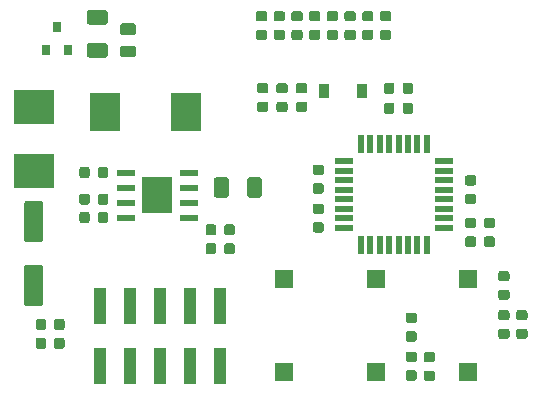
<source format=gbr>
%TF.GenerationSoftware,KiCad,Pcbnew,(5.1.5)-3*%
%TF.CreationDate,2021-03-30T18:15:46+02:00*%
%TF.ProjectId,rpm_meter_arduino,72706d5f-6d65-4746-9572-5f6172647569,rev?*%
%TF.SameCoordinates,Original*%
%TF.FileFunction,Paste,Top*%
%TF.FilePolarity,Positive*%
%FSLAX46Y46*%
G04 Gerber Fmt 4.6, Leading zero omitted, Abs format (unit mm)*
G04 Created by KiCad (PCBNEW (5.1.5)-3) date 2021-03-30 18:15:46*
%MOMM*%
%LPD*%
G04 APERTURE LIST*
%ADD10C,0.100000*%
%ADD11R,0.900000X1.200000*%
%ADD12R,2.500000X3.300000*%
%ADD13R,1.000000X3.150000*%
%ADD14R,3.500000X2.950000*%
%ADD15R,0.800000X0.900000*%
%ADD16R,1.500000X1.500000*%
%ADD17R,2.600000X3.100000*%
%ADD18R,1.550000X0.600000*%
%ADD19R,1.600000X0.550000*%
%ADD20R,0.550000X1.600000*%
G04 APERTURE END LIST*
D10*
%TO.C,C1*%
G36*
X55377691Y-45676053D02*
G01*
X55398926Y-45679203D01*
X55419750Y-45684419D01*
X55439962Y-45691651D01*
X55459368Y-45700830D01*
X55477781Y-45711866D01*
X55495024Y-45724654D01*
X55510930Y-45739070D01*
X55525346Y-45754976D01*
X55538134Y-45772219D01*
X55549170Y-45790632D01*
X55558349Y-45810038D01*
X55565581Y-45830250D01*
X55570797Y-45851074D01*
X55573947Y-45872309D01*
X55575000Y-45893750D01*
X55575000Y-46331250D01*
X55573947Y-46352691D01*
X55570797Y-46373926D01*
X55565581Y-46394750D01*
X55558349Y-46414962D01*
X55549170Y-46434368D01*
X55538134Y-46452781D01*
X55525346Y-46470024D01*
X55510930Y-46485930D01*
X55495024Y-46500346D01*
X55477781Y-46513134D01*
X55459368Y-46524170D01*
X55439962Y-46533349D01*
X55419750Y-46540581D01*
X55398926Y-46545797D01*
X55377691Y-46548947D01*
X55356250Y-46550000D01*
X54843750Y-46550000D01*
X54822309Y-46548947D01*
X54801074Y-46545797D01*
X54780250Y-46540581D01*
X54760038Y-46533349D01*
X54740632Y-46524170D01*
X54722219Y-46513134D01*
X54704976Y-46500346D01*
X54689070Y-46485930D01*
X54674654Y-46470024D01*
X54661866Y-46452781D01*
X54650830Y-46434368D01*
X54641651Y-46414962D01*
X54634419Y-46394750D01*
X54629203Y-46373926D01*
X54626053Y-46352691D01*
X54625000Y-46331250D01*
X54625000Y-45893750D01*
X54626053Y-45872309D01*
X54629203Y-45851074D01*
X54634419Y-45830250D01*
X54641651Y-45810038D01*
X54650830Y-45790632D01*
X54661866Y-45772219D01*
X54674654Y-45754976D01*
X54689070Y-45739070D01*
X54704976Y-45724654D01*
X54722219Y-45711866D01*
X54740632Y-45700830D01*
X54760038Y-45691651D01*
X54780250Y-45684419D01*
X54801074Y-45679203D01*
X54822309Y-45676053D01*
X54843750Y-45675000D01*
X55356250Y-45675000D01*
X55377691Y-45676053D01*
G37*
G36*
X55377691Y-47251053D02*
G01*
X55398926Y-47254203D01*
X55419750Y-47259419D01*
X55439962Y-47266651D01*
X55459368Y-47275830D01*
X55477781Y-47286866D01*
X55495024Y-47299654D01*
X55510930Y-47314070D01*
X55525346Y-47329976D01*
X55538134Y-47347219D01*
X55549170Y-47365632D01*
X55558349Y-47385038D01*
X55565581Y-47405250D01*
X55570797Y-47426074D01*
X55573947Y-47447309D01*
X55575000Y-47468750D01*
X55575000Y-47906250D01*
X55573947Y-47927691D01*
X55570797Y-47948926D01*
X55565581Y-47969750D01*
X55558349Y-47989962D01*
X55549170Y-48009368D01*
X55538134Y-48027781D01*
X55525346Y-48045024D01*
X55510930Y-48060930D01*
X55495024Y-48075346D01*
X55477781Y-48088134D01*
X55459368Y-48099170D01*
X55439962Y-48108349D01*
X55419750Y-48115581D01*
X55398926Y-48120797D01*
X55377691Y-48123947D01*
X55356250Y-48125000D01*
X54843750Y-48125000D01*
X54822309Y-48123947D01*
X54801074Y-48120797D01*
X54780250Y-48115581D01*
X54760038Y-48108349D01*
X54740632Y-48099170D01*
X54722219Y-48088134D01*
X54704976Y-48075346D01*
X54689070Y-48060930D01*
X54674654Y-48045024D01*
X54661866Y-48027781D01*
X54650830Y-48009368D01*
X54641651Y-47989962D01*
X54634419Y-47969750D01*
X54629203Y-47948926D01*
X54626053Y-47927691D01*
X54625000Y-47906250D01*
X54625000Y-47468750D01*
X54626053Y-47447309D01*
X54629203Y-47426074D01*
X54634419Y-47405250D01*
X54641651Y-47385038D01*
X54650830Y-47365632D01*
X54661866Y-47347219D01*
X54674654Y-47329976D01*
X54689070Y-47314070D01*
X54704976Y-47299654D01*
X54722219Y-47286866D01*
X54740632Y-47275830D01*
X54760038Y-47266651D01*
X54780250Y-47259419D01*
X54801074Y-47254203D01*
X54822309Y-47251053D01*
X54843750Y-47250000D01*
X55356250Y-47250000D01*
X55377691Y-47251053D01*
G37*
%TD*%
%TO.C,C2*%
G36*
X68277691Y-48151053D02*
G01*
X68298926Y-48154203D01*
X68319750Y-48159419D01*
X68339962Y-48166651D01*
X68359368Y-48175830D01*
X68377781Y-48186866D01*
X68395024Y-48199654D01*
X68410930Y-48214070D01*
X68425346Y-48229976D01*
X68438134Y-48247219D01*
X68449170Y-48265632D01*
X68458349Y-48285038D01*
X68465581Y-48305250D01*
X68470797Y-48326074D01*
X68473947Y-48347309D01*
X68475000Y-48368750D01*
X68475000Y-48806250D01*
X68473947Y-48827691D01*
X68470797Y-48848926D01*
X68465581Y-48869750D01*
X68458349Y-48889962D01*
X68449170Y-48909368D01*
X68438134Y-48927781D01*
X68425346Y-48945024D01*
X68410930Y-48960930D01*
X68395024Y-48975346D01*
X68377781Y-48988134D01*
X68359368Y-48999170D01*
X68339962Y-49008349D01*
X68319750Y-49015581D01*
X68298926Y-49020797D01*
X68277691Y-49023947D01*
X68256250Y-49025000D01*
X67743750Y-49025000D01*
X67722309Y-49023947D01*
X67701074Y-49020797D01*
X67680250Y-49015581D01*
X67660038Y-49008349D01*
X67640632Y-48999170D01*
X67622219Y-48988134D01*
X67604976Y-48975346D01*
X67589070Y-48960930D01*
X67574654Y-48945024D01*
X67561866Y-48927781D01*
X67550830Y-48909368D01*
X67541651Y-48889962D01*
X67534419Y-48869750D01*
X67529203Y-48848926D01*
X67526053Y-48827691D01*
X67525000Y-48806250D01*
X67525000Y-48368750D01*
X67526053Y-48347309D01*
X67529203Y-48326074D01*
X67534419Y-48305250D01*
X67541651Y-48285038D01*
X67550830Y-48265632D01*
X67561866Y-48247219D01*
X67574654Y-48229976D01*
X67589070Y-48214070D01*
X67604976Y-48199654D01*
X67622219Y-48186866D01*
X67640632Y-48175830D01*
X67660038Y-48166651D01*
X67680250Y-48159419D01*
X67701074Y-48154203D01*
X67722309Y-48151053D01*
X67743750Y-48150000D01*
X68256250Y-48150000D01*
X68277691Y-48151053D01*
G37*
G36*
X68277691Y-46576053D02*
G01*
X68298926Y-46579203D01*
X68319750Y-46584419D01*
X68339962Y-46591651D01*
X68359368Y-46600830D01*
X68377781Y-46611866D01*
X68395024Y-46624654D01*
X68410930Y-46639070D01*
X68425346Y-46654976D01*
X68438134Y-46672219D01*
X68449170Y-46690632D01*
X68458349Y-46710038D01*
X68465581Y-46730250D01*
X68470797Y-46751074D01*
X68473947Y-46772309D01*
X68475000Y-46793750D01*
X68475000Y-47231250D01*
X68473947Y-47252691D01*
X68470797Y-47273926D01*
X68465581Y-47294750D01*
X68458349Y-47314962D01*
X68449170Y-47334368D01*
X68438134Y-47352781D01*
X68425346Y-47370024D01*
X68410930Y-47385930D01*
X68395024Y-47400346D01*
X68377781Y-47413134D01*
X68359368Y-47424170D01*
X68339962Y-47433349D01*
X68319750Y-47440581D01*
X68298926Y-47445797D01*
X68277691Y-47448947D01*
X68256250Y-47450000D01*
X67743750Y-47450000D01*
X67722309Y-47448947D01*
X67701074Y-47445797D01*
X67680250Y-47440581D01*
X67660038Y-47433349D01*
X67640632Y-47424170D01*
X67622219Y-47413134D01*
X67604976Y-47400346D01*
X67589070Y-47385930D01*
X67574654Y-47370024D01*
X67561866Y-47352781D01*
X67550830Y-47334368D01*
X67541651Y-47314962D01*
X67534419Y-47294750D01*
X67529203Y-47273926D01*
X67526053Y-47252691D01*
X67525000Y-47231250D01*
X67525000Y-46793750D01*
X67526053Y-46772309D01*
X67529203Y-46751074D01*
X67534419Y-46730250D01*
X67541651Y-46710038D01*
X67550830Y-46690632D01*
X67561866Y-46672219D01*
X67574654Y-46654976D01*
X67589070Y-46639070D01*
X67604976Y-46624654D01*
X67622219Y-46611866D01*
X67640632Y-46600830D01*
X67660038Y-46591651D01*
X67680250Y-46584419D01*
X67701074Y-46579203D01*
X67722309Y-46576053D01*
X67743750Y-46575000D01*
X68256250Y-46575000D01*
X68277691Y-46576053D01*
G37*
%TD*%
%TO.C,C3*%
G36*
X68277691Y-51751053D02*
G01*
X68298926Y-51754203D01*
X68319750Y-51759419D01*
X68339962Y-51766651D01*
X68359368Y-51775830D01*
X68377781Y-51786866D01*
X68395024Y-51799654D01*
X68410930Y-51814070D01*
X68425346Y-51829976D01*
X68438134Y-51847219D01*
X68449170Y-51865632D01*
X68458349Y-51885038D01*
X68465581Y-51905250D01*
X68470797Y-51926074D01*
X68473947Y-51947309D01*
X68475000Y-51968750D01*
X68475000Y-52406250D01*
X68473947Y-52427691D01*
X68470797Y-52448926D01*
X68465581Y-52469750D01*
X68458349Y-52489962D01*
X68449170Y-52509368D01*
X68438134Y-52527781D01*
X68425346Y-52545024D01*
X68410930Y-52560930D01*
X68395024Y-52575346D01*
X68377781Y-52588134D01*
X68359368Y-52599170D01*
X68339962Y-52608349D01*
X68319750Y-52615581D01*
X68298926Y-52620797D01*
X68277691Y-52623947D01*
X68256250Y-52625000D01*
X67743750Y-52625000D01*
X67722309Y-52623947D01*
X67701074Y-52620797D01*
X67680250Y-52615581D01*
X67660038Y-52608349D01*
X67640632Y-52599170D01*
X67622219Y-52588134D01*
X67604976Y-52575346D01*
X67589070Y-52560930D01*
X67574654Y-52545024D01*
X67561866Y-52527781D01*
X67550830Y-52509368D01*
X67541651Y-52489962D01*
X67534419Y-52469750D01*
X67529203Y-52448926D01*
X67526053Y-52427691D01*
X67525000Y-52406250D01*
X67525000Y-51968750D01*
X67526053Y-51947309D01*
X67529203Y-51926074D01*
X67534419Y-51905250D01*
X67541651Y-51885038D01*
X67550830Y-51865632D01*
X67561866Y-51847219D01*
X67574654Y-51829976D01*
X67589070Y-51814070D01*
X67604976Y-51799654D01*
X67622219Y-51786866D01*
X67640632Y-51775830D01*
X67660038Y-51766651D01*
X67680250Y-51759419D01*
X67701074Y-51754203D01*
X67722309Y-51751053D01*
X67743750Y-51750000D01*
X68256250Y-51750000D01*
X68277691Y-51751053D01*
G37*
G36*
X68277691Y-50176053D02*
G01*
X68298926Y-50179203D01*
X68319750Y-50184419D01*
X68339962Y-50191651D01*
X68359368Y-50200830D01*
X68377781Y-50211866D01*
X68395024Y-50224654D01*
X68410930Y-50239070D01*
X68425346Y-50254976D01*
X68438134Y-50272219D01*
X68449170Y-50290632D01*
X68458349Y-50310038D01*
X68465581Y-50330250D01*
X68470797Y-50351074D01*
X68473947Y-50372309D01*
X68475000Y-50393750D01*
X68475000Y-50831250D01*
X68473947Y-50852691D01*
X68470797Y-50873926D01*
X68465581Y-50894750D01*
X68458349Y-50914962D01*
X68449170Y-50934368D01*
X68438134Y-50952781D01*
X68425346Y-50970024D01*
X68410930Y-50985930D01*
X68395024Y-51000346D01*
X68377781Y-51013134D01*
X68359368Y-51024170D01*
X68339962Y-51033349D01*
X68319750Y-51040581D01*
X68298926Y-51045797D01*
X68277691Y-51048947D01*
X68256250Y-51050000D01*
X67743750Y-51050000D01*
X67722309Y-51048947D01*
X67701074Y-51045797D01*
X67680250Y-51040581D01*
X67660038Y-51033349D01*
X67640632Y-51024170D01*
X67622219Y-51013134D01*
X67604976Y-51000346D01*
X67589070Y-50985930D01*
X67574654Y-50970024D01*
X67561866Y-50952781D01*
X67550830Y-50934368D01*
X67541651Y-50914962D01*
X67534419Y-50894750D01*
X67529203Y-50873926D01*
X67526053Y-50852691D01*
X67525000Y-50831250D01*
X67525000Y-50393750D01*
X67526053Y-50372309D01*
X67529203Y-50351074D01*
X67534419Y-50330250D01*
X67541651Y-50310038D01*
X67550830Y-50290632D01*
X67561866Y-50272219D01*
X67574654Y-50254976D01*
X67589070Y-50239070D01*
X67604976Y-50224654D01*
X67622219Y-50211866D01*
X67640632Y-50200830D01*
X67660038Y-50191651D01*
X67680250Y-50184419D01*
X67701074Y-50179203D01*
X67722309Y-50176053D01*
X67743750Y-50175000D01*
X68256250Y-50175000D01*
X68277691Y-50176053D01*
G37*
%TD*%
%TO.C,C5*%
G36*
X61352691Y-40426053D02*
G01*
X61373926Y-40429203D01*
X61394750Y-40434419D01*
X61414962Y-40441651D01*
X61434368Y-40450830D01*
X61452781Y-40461866D01*
X61470024Y-40474654D01*
X61485930Y-40489070D01*
X61500346Y-40504976D01*
X61513134Y-40522219D01*
X61524170Y-40540632D01*
X61533349Y-40560038D01*
X61540581Y-40580250D01*
X61545797Y-40601074D01*
X61548947Y-40622309D01*
X61550000Y-40643750D01*
X61550000Y-41156250D01*
X61548947Y-41177691D01*
X61545797Y-41198926D01*
X61540581Y-41219750D01*
X61533349Y-41239962D01*
X61524170Y-41259368D01*
X61513134Y-41277781D01*
X61500346Y-41295024D01*
X61485930Y-41310930D01*
X61470024Y-41325346D01*
X61452781Y-41338134D01*
X61434368Y-41349170D01*
X61414962Y-41358349D01*
X61394750Y-41365581D01*
X61373926Y-41370797D01*
X61352691Y-41373947D01*
X61331250Y-41375000D01*
X60893750Y-41375000D01*
X60872309Y-41373947D01*
X60851074Y-41370797D01*
X60830250Y-41365581D01*
X60810038Y-41358349D01*
X60790632Y-41349170D01*
X60772219Y-41338134D01*
X60754976Y-41325346D01*
X60739070Y-41310930D01*
X60724654Y-41295024D01*
X60711866Y-41277781D01*
X60700830Y-41259368D01*
X60691651Y-41239962D01*
X60684419Y-41219750D01*
X60679203Y-41198926D01*
X60676053Y-41177691D01*
X60675000Y-41156250D01*
X60675000Y-40643750D01*
X60676053Y-40622309D01*
X60679203Y-40601074D01*
X60684419Y-40580250D01*
X60691651Y-40560038D01*
X60700830Y-40540632D01*
X60711866Y-40522219D01*
X60724654Y-40504976D01*
X60739070Y-40489070D01*
X60754976Y-40474654D01*
X60772219Y-40461866D01*
X60790632Y-40450830D01*
X60810038Y-40441651D01*
X60830250Y-40434419D01*
X60851074Y-40429203D01*
X60872309Y-40426053D01*
X60893750Y-40425000D01*
X61331250Y-40425000D01*
X61352691Y-40426053D01*
G37*
G36*
X62927691Y-40426053D02*
G01*
X62948926Y-40429203D01*
X62969750Y-40434419D01*
X62989962Y-40441651D01*
X63009368Y-40450830D01*
X63027781Y-40461866D01*
X63045024Y-40474654D01*
X63060930Y-40489070D01*
X63075346Y-40504976D01*
X63088134Y-40522219D01*
X63099170Y-40540632D01*
X63108349Y-40560038D01*
X63115581Y-40580250D01*
X63120797Y-40601074D01*
X63123947Y-40622309D01*
X63125000Y-40643750D01*
X63125000Y-41156250D01*
X63123947Y-41177691D01*
X63120797Y-41198926D01*
X63115581Y-41219750D01*
X63108349Y-41239962D01*
X63099170Y-41259368D01*
X63088134Y-41277781D01*
X63075346Y-41295024D01*
X63060930Y-41310930D01*
X63045024Y-41325346D01*
X63027781Y-41338134D01*
X63009368Y-41349170D01*
X62989962Y-41358349D01*
X62969750Y-41365581D01*
X62948926Y-41370797D01*
X62927691Y-41373947D01*
X62906250Y-41375000D01*
X62468750Y-41375000D01*
X62447309Y-41373947D01*
X62426074Y-41370797D01*
X62405250Y-41365581D01*
X62385038Y-41358349D01*
X62365632Y-41349170D01*
X62347219Y-41338134D01*
X62329976Y-41325346D01*
X62314070Y-41310930D01*
X62299654Y-41295024D01*
X62286866Y-41277781D01*
X62275830Y-41259368D01*
X62266651Y-41239962D01*
X62259419Y-41219750D01*
X62254203Y-41198926D01*
X62251053Y-41177691D01*
X62250000Y-41156250D01*
X62250000Y-40643750D01*
X62251053Y-40622309D01*
X62254203Y-40601074D01*
X62259419Y-40580250D01*
X62266651Y-40560038D01*
X62275830Y-40540632D01*
X62286866Y-40522219D01*
X62299654Y-40504976D01*
X62314070Y-40489070D01*
X62329976Y-40474654D01*
X62347219Y-40461866D01*
X62365632Y-40450830D01*
X62385038Y-40441651D01*
X62405250Y-40434419D01*
X62426074Y-40429203D01*
X62447309Y-40426053D01*
X62468750Y-40425000D01*
X62906250Y-40425000D01*
X62927691Y-40426053D01*
G37*
%TD*%
%TO.C,C6*%
G36*
X47299504Y-46726204D02*
G01*
X47323773Y-46729804D01*
X47347571Y-46735765D01*
X47370671Y-46744030D01*
X47392849Y-46754520D01*
X47413893Y-46767133D01*
X47433598Y-46781747D01*
X47451777Y-46798223D01*
X47468253Y-46816402D01*
X47482867Y-46836107D01*
X47495480Y-46857151D01*
X47505970Y-46879329D01*
X47514235Y-46902429D01*
X47520196Y-46926227D01*
X47523796Y-46950496D01*
X47525000Y-46975000D01*
X47525000Y-48225000D01*
X47523796Y-48249504D01*
X47520196Y-48273773D01*
X47514235Y-48297571D01*
X47505970Y-48320671D01*
X47495480Y-48342849D01*
X47482867Y-48363893D01*
X47468253Y-48383598D01*
X47451777Y-48401777D01*
X47433598Y-48418253D01*
X47413893Y-48432867D01*
X47392849Y-48445480D01*
X47370671Y-48455970D01*
X47347571Y-48464235D01*
X47323773Y-48470196D01*
X47299504Y-48473796D01*
X47275000Y-48475000D01*
X46525000Y-48475000D01*
X46500496Y-48473796D01*
X46476227Y-48470196D01*
X46452429Y-48464235D01*
X46429329Y-48455970D01*
X46407151Y-48445480D01*
X46386107Y-48432867D01*
X46366402Y-48418253D01*
X46348223Y-48401777D01*
X46331747Y-48383598D01*
X46317133Y-48363893D01*
X46304520Y-48342849D01*
X46294030Y-48320671D01*
X46285765Y-48297571D01*
X46279804Y-48273773D01*
X46276204Y-48249504D01*
X46275000Y-48225000D01*
X46275000Y-46975000D01*
X46276204Y-46950496D01*
X46279804Y-46926227D01*
X46285765Y-46902429D01*
X46294030Y-46879329D01*
X46304520Y-46857151D01*
X46317133Y-46836107D01*
X46331747Y-46816402D01*
X46348223Y-46798223D01*
X46366402Y-46781747D01*
X46386107Y-46767133D01*
X46407151Y-46754520D01*
X46429329Y-46744030D01*
X46452429Y-46735765D01*
X46476227Y-46729804D01*
X46500496Y-46726204D01*
X46525000Y-46725000D01*
X47275000Y-46725000D01*
X47299504Y-46726204D01*
G37*
G36*
X50099504Y-46726204D02*
G01*
X50123773Y-46729804D01*
X50147571Y-46735765D01*
X50170671Y-46744030D01*
X50192849Y-46754520D01*
X50213893Y-46767133D01*
X50233598Y-46781747D01*
X50251777Y-46798223D01*
X50268253Y-46816402D01*
X50282867Y-46836107D01*
X50295480Y-46857151D01*
X50305970Y-46879329D01*
X50314235Y-46902429D01*
X50320196Y-46926227D01*
X50323796Y-46950496D01*
X50325000Y-46975000D01*
X50325000Y-48225000D01*
X50323796Y-48249504D01*
X50320196Y-48273773D01*
X50314235Y-48297571D01*
X50305970Y-48320671D01*
X50295480Y-48342849D01*
X50282867Y-48363893D01*
X50268253Y-48383598D01*
X50251777Y-48401777D01*
X50233598Y-48418253D01*
X50213893Y-48432867D01*
X50192849Y-48445480D01*
X50170671Y-48455970D01*
X50147571Y-48464235D01*
X50123773Y-48470196D01*
X50099504Y-48473796D01*
X50075000Y-48475000D01*
X49325000Y-48475000D01*
X49300496Y-48473796D01*
X49276227Y-48470196D01*
X49252429Y-48464235D01*
X49229329Y-48455970D01*
X49207151Y-48445480D01*
X49186107Y-48432867D01*
X49166402Y-48418253D01*
X49148223Y-48401777D01*
X49131747Y-48383598D01*
X49117133Y-48363893D01*
X49104520Y-48342849D01*
X49094030Y-48320671D01*
X49085765Y-48297571D01*
X49079804Y-48273773D01*
X49076204Y-48249504D01*
X49075000Y-48225000D01*
X49075000Y-46975000D01*
X49076204Y-46950496D01*
X49079804Y-46926227D01*
X49085765Y-46902429D01*
X49094030Y-46879329D01*
X49104520Y-46857151D01*
X49117133Y-46836107D01*
X49131747Y-46816402D01*
X49148223Y-46798223D01*
X49166402Y-46781747D01*
X49186107Y-46767133D01*
X49207151Y-46754520D01*
X49229329Y-46744030D01*
X49252429Y-46735765D01*
X49276227Y-46729804D01*
X49300496Y-46726204D01*
X49325000Y-46725000D01*
X50075000Y-46725000D01*
X50099504Y-46726204D01*
G37*
%TD*%
%TO.C,C7*%
G36*
X52311691Y-40351053D02*
G01*
X52332926Y-40354203D01*
X52353750Y-40359419D01*
X52373962Y-40366651D01*
X52393368Y-40375830D01*
X52411781Y-40386866D01*
X52429024Y-40399654D01*
X52444930Y-40414070D01*
X52459346Y-40429976D01*
X52472134Y-40447219D01*
X52483170Y-40465632D01*
X52492349Y-40485038D01*
X52499581Y-40505250D01*
X52504797Y-40526074D01*
X52507947Y-40547309D01*
X52509000Y-40568750D01*
X52509000Y-41006250D01*
X52507947Y-41027691D01*
X52504797Y-41048926D01*
X52499581Y-41069750D01*
X52492349Y-41089962D01*
X52483170Y-41109368D01*
X52472134Y-41127781D01*
X52459346Y-41145024D01*
X52444930Y-41160930D01*
X52429024Y-41175346D01*
X52411781Y-41188134D01*
X52393368Y-41199170D01*
X52373962Y-41208349D01*
X52353750Y-41215581D01*
X52332926Y-41220797D01*
X52311691Y-41223947D01*
X52290250Y-41225000D01*
X51777750Y-41225000D01*
X51756309Y-41223947D01*
X51735074Y-41220797D01*
X51714250Y-41215581D01*
X51694038Y-41208349D01*
X51674632Y-41199170D01*
X51656219Y-41188134D01*
X51638976Y-41175346D01*
X51623070Y-41160930D01*
X51608654Y-41145024D01*
X51595866Y-41127781D01*
X51584830Y-41109368D01*
X51575651Y-41089962D01*
X51568419Y-41069750D01*
X51563203Y-41048926D01*
X51560053Y-41027691D01*
X51559000Y-41006250D01*
X51559000Y-40568750D01*
X51560053Y-40547309D01*
X51563203Y-40526074D01*
X51568419Y-40505250D01*
X51575651Y-40485038D01*
X51584830Y-40465632D01*
X51595866Y-40447219D01*
X51608654Y-40429976D01*
X51623070Y-40414070D01*
X51638976Y-40399654D01*
X51656219Y-40386866D01*
X51674632Y-40375830D01*
X51694038Y-40366651D01*
X51714250Y-40359419D01*
X51735074Y-40354203D01*
X51756309Y-40351053D01*
X51777750Y-40350000D01*
X52290250Y-40350000D01*
X52311691Y-40351053D01*
G37*
G36*
X52311691Y-38776053D02*
G01*
X52332926Y-38779203D01*
X52353750Y-38784419D01*
X52373962Y-38791651D01*
X52393368Y-38800830D01*
X52411781Y-38811866D01*
X52429024Y-38824654D01*
X52444930Y-38839070D01*
X52459346Y-38854976D01*
X52472134Y-38872219D01*
X52483170Y-38890632D01*
X52492349Y-38910038D01*
X52499581Y-38930250D01*
X52504797Y-38951074D01*
X52507947Y-38972309D01*
X52509000Y-38993750D01*
X52509000Y-39431250D01*
X52507947Y-39452691D01*
X52504797Y-39473926D01*
X52499581Y-39494750D01*
X52492349Y-39514962D01*
X52483170Y-39534368D01*
X52472134Y-39552781D01*
X52459346Y-39570024D01*
X52444930Y-39585930D01*
X52429024Y-39600346D01*
X52411781Y-39613134D01*
X52393368Y-39624170D01*
X52373962Y-39633349D01*
X52353750Y-39640581D01*
X52332926Y-39645797D01*
X52311691Y-39648947D01*
X52290250Y-39650000D01*
X51777750Y-39650000D01*
X51756309Y-39648947D01*
X51735074Y-39645797D01*
X51714250Y-39640581D01*
X51694038Y-39633349D01*
X51674632Y-39624170D01*
X51656219Y-39613134D01*
X51638976Y-39600346D01*
X51623070Y-39585930D01*
X51608654Y-39570024D01*
X51595866Y-39552781D01*
X51584830Y-39534368D01*
X51575651Y-39514962D01*
X51568419Y-39494750D01*
X51563203Y-39473926D01*
X51560053Y-39452691D01*
X51559000Y-39431250D01*
X51559000Y-38993750D01*
X51560053Y-38972309D01*
X51563203Y-38951074D01*
X51568419Y-38930250D01*
X51575651Y-38910038D01*
X51584830Y-38890632D01*
X51595866Y-38872219D01*
X51608654Y-38854976D01*
X51623070Y-38839070D01*
X51638976Y-38824654D01*
X51656219Y-38811866D01*
X51674632Y-38800830D01*
X51694038Y-38791651D01*
X51714250Y-38784419D01*
X51735074Y-38779203D01*
X51756309Y-38776053D01*
X51777750Y-38775000D01*
X52290250Y-38775000D01*
X52311691Y-38776053D01*
G37*
%TD*%
%TO.C,C8*%
G36*
X37127691Y-45865053D02*
G01*
X37148926Y-45868203D01*
X37169750Y-45873419D01*
X37189962Y-45880651D01*
X37209368Y-45889830D01*
X37227781Y-45900866D01*
X37245024Y-45913654D01*
X37260930Y-45928070D01*
X37275346Y-45943976D01*
X37288134Y-45961219D01*
X37299170Y-45979632D01*
X37308349Y-45999038D01*
X37315581Y-46019250D01*
X37320797Y-46040074D01*
X37323947Y-46061309D01*
X37325000Y-46082750D01*
X37325000Y-46595250D01*
X37323947Y-46616691D01*
X37320797Y-46637926D01*
X37315581Y-46658750D01*
X37308349Y-46678962D01*
X37299170Y-46698368D01*
X37288134Y-46716781D01*
X37275346Y-46734024D01*
X37260930Y-46749930D01*
X37245024Y-46764346D01*
X37227781Y-46777134D01*
X37209368Y-46788170D01*
X37189962Y-46797349D01*
X37169750Y-46804581D01*
X37148926Y-46809797D01*
X37127691Y-46812947D01*
X37106250Y-46814000D01*
X36668750Y-46814000D01*
X36647309Y-46812947D01*
X36626074Y-46809797D01*
X36605250Y-46804581D01*
X36585038Y-46797349D01*
X36565632Y-46788170D01*
X36547219Y-46777134D01*
X36529976Y-46764346D01*
X36514070Y-46749930D01*
X36499654Y-46734024D01*
X36486866Y-46716781D01*
X36475830Y-46698368D01*
X36466651Y-46678962D01*
X36459419Y-46658750D01*
X36454203Y-46637926D01*
X36451053Y-46616691D01*
X36450000Y-46595250D01*
X36450000Y-46082750D01*
X36451053Y-46061309D01*
X36454203Y-46040074D01*
X36459419Y-46019250D01*
X36466651Y-45999038D01*
X36475830Y-45979632D01*
X36486866Y-45961219D01*
X36499654Y-45943976D01*
X36514070Y-45928070D01*
X36529976Y-45913654D01*
X36547219Y-45900866D01*
X36565632Y-45889830D01*
X36585038Y-45880651D01*
X36605250Y-45873419D01*
X36626074Y-45868203D01*
X36647309Y-45865053D01*
X36668750Y-45864000D01*
X37106250Y-45864000D01*
X37127691Y-45865053D01*
G37*
G36*
X35552691Y-45865053D02*
G01*
X35573926Y-45868203D01*
X35594750Y-45873419D01*
X35614962Y-45880651D01*
X35634368Y-45889830D01*
X35652781Y-45900866D01*
X35670024Y-45913654D01*
X35685930Y-45928070D01*
X35700346Y-45943976D01*
X35713134Y-45961219D01*
X35724170Y-45979632D01*
X35733349Y-45999038D01*
X35740581Y-46019250D01*
X35745797Y-46040074D01*
X35748947Y-46061309D01*
X35750000Y-46082750D01*
X35750000Y-46595250D01*
X35748947Y-46616691D01*
X35745797Y-46637926D01*
X35740581Y-46658750D01*
X35733349Y-46678962D01*
X35724170Y-46698368D01*
X35713134Y-46716781D01*
X35700346Y-46734024D01*
X35685930Y-46749930D01*
X35670024Y-46764346D01*
X35652781Y-46777134D01*
X35634368Y-46788170D01*
X35614962Y-46797349D01*
X35594750Y-46804581D01*
X35573926Y-46809797D01*
X35552691Y-46812947D01*
X35531250Y-46814000D01*
X35093750Y-46814000D01*
X35072309Y-46812947D01*
X35051074Y-46809797D01*
X35030250Y-46804581D01*
X35010038Y-46797349D01*
X34990632Y-46788170D01*
X34972219Y-46777134D01*
X34954976Y-46764346D01*
X34939070Y-46749930D01*
X34924654Y-46734024D01*
X34911866Y-46716781D01*
X34900830Y-46698368D01*
X34891651Y-46678962D01*
X34884419Y-46658750D01*
X34879203Y-46637926D01*
X34876053Y-46616691D01*
X34875000Y-46595250D01*
X34875000Y-46082750D01*
X34876053Y-46061309D01*
X34879203Y-46040074D01*
X34884419Y-46019250D01*
X34891651Y-45999038D01*
X34900830Y-45979632D01*
X34911866Y-45961219D01*
X34924654Y-45943976D01*
X34939070Y-45928070D01*
X34954976Y-45913654D01*
X34972219Y-45900866D01*
X34990632Y-45889830D01*
X35010038Y-45880651D01*
X35030250Y-45873419D01*
X35051074Y-45868203D01*
X35072309Y-45865053D01*
X35093750Y-45864000D01*
X35531250Y-45864000D01*
X35552691Y-45865053D01*
G37*
%TD*%
%TO.C,C9*%
G36*
X63253691Y-59782053D02*
G01*
X63274926Y-59785203D01*
X63295750Y-59790419D01*
X63315962Y-59797651D01*
X63335368Y-59806830D01*
X63353781Y-59817866D01*
X63371024Y-59830654D01*
X63386930Y-59845070D01*
X63401346Y-59860976D01*
X63414134Y-59878219D01*
X63425170Y-59896632D01*
X63434349Y-59916038D01*
X63441581Y-59936250D01*
X63446797Y-59957074D01*
X63449947Y-59978309D01*
X63451000Y-59999750D01*
X63451000Y-60437250D01*
X63449947Y-60458691D01*
X63446797Y-60479926D01*
X63441581Y-60500750D01*
X63434349Y-60520962D01*
X63425170Y-60540368D01*
X63414134Y-60558781D01*
X63401346Y-60576024D01*
X63386930Y-60591930D01*
X63371024Y-60606346D01*
X63353781Y-60619134D01*
X63335368Y-60630170D01*
X63315962Y-60639349D01*
X63295750Y-60646581D01*
X63274926Y-60651797D01*
X63253691Y-60654947D01*
X63232250Y-60656000D01*
X62719750Y-60656000D01*
X62698309Y-60654947D01*
X62677074Y-60651797D01*
X62656250Y-60646581D01*
X62636038Y-60639349D01*
X62616632Y-60630170D01*
X62598219Y-60619134D01*
X62580976Y-60606346D01*
X62565070Y-60591930D01*
X62550654Y-60576024D01*
X62537866Y-60558781D01*
X62526830Y-60540368D01*
X62517651Y-60520962D01*
X62510419Y-60500750D01*
X62505203Y-60479926D01*
X62502053Y-60458691D01*
X62501000Y-60437250D01*
X62501000Y-59999750D01*
X62502053Y-59978309D01*
X62505203Y-59957074D01*
X62510419Y-59936250D01*
X62517651Y-59916038D01*
X62526830Y-59896632D01*
X62537866Y-59878219D01*
X62550654Y-59860976D01*
X62565070Y-59845070D01*
X62580976Y-59830654D01*
X62598219Y-59817866D01*
X62616632Y-59806830D01*
X62636038Y-59797651D01*
X62656250Y-59790419D01*
X62677074Y-59785203D01*
X62698309Y-59782053D01*
X62719750Y-59781000D01*
X63232250Y-59781000D01*
X63253691Y-59782053D01*
G37*
G36*
X63253691Y-58207053D02*
G01*
X63274926Y-58210203D01*
X63295750Y-58215419D01*
X63315962Y-58222651D01*
X63335368Y-58231830D01*
X63353781Y-58242866D01*
X63371024Y-58255654D01*
X63386930Y-58270070D01*
X63401346Y-58285976D01*
X63414134Y-58303219D01*
X63425170Y-58321632D01*
X63434349Y-58341038D01*
X63441581Y-58361250D01*
X63446797Y-58382074D01*
X63449947Y-58403309D01*
X63451000Y-58424750D01*
X63451000Y-58862250D01*
X63449947Y-58883691D01*
X63446797Y-58904926D01*
X63441581Y-58925750D01*
X63434349Y-58945962D01*
X63425170Y-58965368D01*
X63414134Y-58983781D01*
X63401346Y-59001024D01*
X63386930Y-59016930D01*
X63371024Y-59031346D01*
X63353781Y-59044134D01*
X63335368Y-59055170D01*
X63315962Y-59064349D01*
X63295750Y-59071581D01*
X63274926Y-59076797D01*
X63253691Y-59079947D01*
X63232250Y-59081000D01*
X62719750Y-59081000D01*
X62698309Y-59079947D01*
X62677074Y-59076797D01*
X62656250Y-59071581D01*
X62636038Y-59064349D01*
X62616632Y-59055170D01*
X62598219Y-59044134D01*
X62580976Y-59031346D01*
X62565070Y-59016930D01*
X62550654Y-59001024D01*
X62537866Y-58983781D01*
X62526830Y-58965368D01*
X62517651Y-58945962D01*
X62510419Y-58925750D01*
X62505203Y-58904926D01*
X62502053Y-58883691D01*
X62501000Y-58862250D01*
X62501000Y-58424750D01*
X62502053Y-58403309D01*
X62505203Y-58382074D01*
X62510419Y-58361250D01*
X62517651Y-58341038D01*
X62526830Y-58321632D01*
X62537866Y-58303219D01*
X62550654Y-58285976D01*
X62565070Y-58270070D01*
X62580976Y-58255654D01*
X62598219Y-58242866D01*
X62616632Y-58231830D01*
X62636038Y-58222651D01*
X62656250Y-58215419D01*
X62677074Y-58210203D01*
X62698309Y-58207053D01*
X62719750Y-58206000D01*
X63232250Y-58206000D01*
X63253691Y-58207053D01*
G37*
%TD*%
%TO.C,C10*%
G36*
X71099691Y-54675053D02*
G01*
X71120926Y-54678203D01*
X71141750Y-54683419D01*
X71161962Y-54690651D01*
X71181368Y-54699830D01*
X71199781Y-54710866D01*
X71217024Y-54723654D01*
X71232930Y-54738070D01*
X71247346Y-54753976D01*
X71260134Y-54771219D01*
X71271170Y-54789632D01*
X71280349Y-54809038D01*
X71287581Y-54829250D01*
X71292797Y-54850074D01*
X71295947Y-54871309D01*
X71297000Y-54892750D01*
X71297000Y-55330250D01*
X71295947Y-55351691D01*
X71292797Y-55372926D01*
X71287581Y-55393750D01*
X71280349Y-55413962D01*
X71271170Y-55433368D01*
X71260134Y-55451781D01*
X71247346Y-55469024D01*
X71232930Y-55484930D01*
X71217024Y-55499346D01*
X71199781Y-55512134D01*
X71181368Y-55523170D01*
X71161962Y-55532349D01*
X71141750Y-55539581D01*
X71120926Y-55544797D01*
X71099691Y-55547947D01*
X71078250Y-55549000D01*
X70565750Y-55549000D01*
X70544309Y-55547947D01*
X70523074Y-55544797D01*
X70502250Y-55539581D01*
X70482038Y-55532349D01*
X70462632Y-55523170D01*
X70444219Y-55512134D01*
X70426976Y-55499346D01*
X70411070Y-55484930D01*
X70396654Y-55469024D01*
X70383866Y-55451781D01*
X70372830Y-55433368D01*
X70363651Y-55413962D01*
X70356419Y-55393750D01*
X70351203Y-55372926D01*
X70348053Y-55351691D01*
X70347000Y-55330250D01*
X70347000Y-54892750D01*
X70348053Y-54871309D01*
X70351203Y-54850074D01*
X70356419Y-54829250D01*
X70363651Y-54809038D01*
X70372830Y-54789632D01*
X70383866Y-54771219D01*
X70396654Y-54753976D01*
X70411070Y-54738070D01*
X70426976Y-54723654D01*
X70444219Y-54710866D01*
X70462632Y-54699830D01*
X70482038Y-54690651D01*
X70502250Y-54683419D01*
X70523074Y-54678203D01*
X70544309Y-54675053D01*
X70565750Y-54674000D01*
X71078250Y-54674000D01*
X71099691Y-54675053D01*
G37*
G36*
X71099691Y-56250053D02*
G01*
X71120926Y-56253203D01*
X71141750Y-56258419D01*
X71161962Y-56265651D01*
X71181368Y-56274830D01*
X71199781Y-56285866D01*
X71217024Y-56298654D01*
X71232930Y-56313070D01*
X71247346Y-56328976D01*
X71260134Y-56346219D01*
X71271170Y-56364632D01*
X71280349Y-56384038D01*
X71287581Y-56404250D01*
X71292797Y-56425074D01*
X71295947Y-56446309D01*
X71297000Y-56467750D01*
X71297000Y-56905250D01*
X71295947Y-56926691D01*
X71292797Y-56947926D01*
X71287581Y-56968750D01*
X71280349Y-56988962D01*
X71271170Y-57008368D01*
X71260134Y-57026781D01*
X71247346Y-57044024D01*
X71232930Y-57059930D01*
X71217024Y-57074346D01*
X71199781Y-57087134D01*
X71181368Y-57098170D01*
X71161962Y-57107349D01*
X71141750Y-57114581D01*
X71120926Y-57119797D01*
X71099691Y-57122947D01*
X71078250Y-57124000D01*
X70565750Y-57124000D01*
X70544309Y-57122947D01*
X70523074Y-57119797D01*
X70502250Y-57114581D01*
X70482038Y-57107349D01*
X70462632Y-57098170D01*
X70444219Y-57087134D01*
X70426976Y-57074346D01*
X70411070Y-57059930D01*
X70396654Y-57044024D01*
X70383866Y-57026781D01*
X70372830Y-57008368D01*
X70363651Y-56988962D01*
X70356419Y-56968750D01*
X70351203Y-56947926D01*
X70348053Y-56926691D01*
X70347000Y-56905250D01*
X70347000Y-56467750D01*
X70348053Y-56446309D01*
X70351203Y-56425074D01*
X70356419Y-56404250D01*
X70363651Y-56384038D01*
X70372830Y-56364632D01*
X70383866Y-56346219D01*
X70396654Y-56328976D01*
X70411070Y-56313070D01*
X70426976Y-56298654D01*
X70444219Y-56285866D01*
X70462632Y-56274830D01*
X70482038Y-56265651D01*
X70502250Y-56258419D01*
X70523074Y-56253203D01*
X70544309Y-56250053D01*
X70565750Y-56249000D01*
X71078250Y-56249000D01*
X71099691Y-56250053D01*
G37*
%TD*%
%TO.C,C11*%
G36*
X31574504Y-48751204D02*
G01*
X31598773Y-48754804D01*
X31622571Y-48760765D01*
X31645671Y-48769030D01*
X31667849Y-48779520D01*
X31688893Y-48792133D01*
X31708598Y-48806747D01*
X31726777Y-48823223D01*
X31743253Y-48841402D01*
X31757867Y-48861107D01*
X31770480Y-48882151D01*
X31780970Y-48904329D01*
X31789235Y-48927429D01*
X31795196Y-48951227D01*
X31798796Y-48975496D01*
X31800000Y-49000000D01*
X31800000Y-52000000D01*
X31798796Y-52024504D01*
X31795196Y-52048773D01*
X31789235Y-52072571D01*
X31780970Y-52095671D01*
X31770480Y-52117849D01*
X31757867Y-52138893D01*
X31743253Y-52158598D01*
X31726777Y-52176777D01*
X31708598Y-52193253D01*
X31688893Y-52207867D01*
X31667849Y-52220480D01*
X31645671Y-52230970D01*
X31622571Y-52239235D01*
X31598773Y-52245196D01*
X31574504Y-52248796D01*
X31550000Y-52250000D01*
X30450000Y-52250000D01*
X30425496Y-52248796D01*
X30401227Y-52245196D01*
X30377429Y-52239235D01*
X30354329Y-52230970D01*
X30332151Y-52220480D01*
X30311107Y-52207867D01*
X30291402Y-52193253D01*
X30273223Y-52176777D01*
X30256747Y-52158598D01*
X30242133Y-52138893D01*
X30229520Y-52117849D01*
X30219030Y-52095671D01*
X30210765Y-52072571D01*
X30204804Y-52048773D01*
X30201204Y-52024504D01*
X30200000Y-52000000D01*
X30200000Y-49000000D01*
X30201204Y-48975496D01*
X30204804Y-48951227D01*
X30210765Y-48927429D01*
X30219030Y-48904329D01*
X30229520Y-48882151D01*
X30242133Y-48861107D01*
X30256747Y-48841402D01*
X30273223Y-48823223D01*
X30291402Y-48806747D01*
X30311107Y-48792133D01*
X30332151Y-48779520D01*
X30354329Y-48769030D01*
X30377429Y-48760765D01*
X30401227Y-48754804D01*
X30425496Y-48751204D01*
X30450000Y-48750000D01*
X31550000Y-48750000D01*
X31574504Y-48751204D01*
G37*
G36*
X31574504Y-54151204D02*
G01*
X31598773Y-54154804D01*
X31622571Y-54160765D01*
X31645671Y-54169030D01*
X31667849Y-54179520D01*
X31688893Y-54192133D01*
X31708598Y-54206747D01*
X31726777Y-54223223D01*
X31743253Y-54241402D01*
X31757867Y-54261107D01*
X31770480Y-54282151D01*
X31780970Y-54304329D01*
X31789235Y-54327429D01*
X31795196Y-54351227D01*
X31798796Y-54375496D01*
X31800000Y-54400000D01*
X31800000Y-57400000D01*
X31798796Y-57424504D01*
X31795196Y-57448773D01*
X31789235Y-57472571D01*
X31780970Y-57495671D01*
X31770480Y-57517849D01*
X31757867Y-57538893D01*
X31743253Y-57558598D01*
X31726777Y-57576777D01*
X31708598Y-57593253D01*
X31688893Y-57607867D01*
X31667849Y-57620480D01*
X31645671Y-57630970D01*
X31622571Y-57639235D01*
X31598773Y-57645196D01*
X31574504Y-57648796D01*
X31550000Y-57650000D01*
X30450000Y-57650000D01*
X30425496Y-57648796D01*
X30401227Y-57645196D01*
X30377429Y-57639235D01*
X30354329Y-57630970D01*
X30332151Y-57620480D01*
X30311107Y-57607867D01*
X30291402Y-57593253D01*
X30273223Y-57576777D01*
X30256747Y-57558598D01*
X30242133Y-57538893D01*
X30229520Y-57517849D01*
X30219030Y-57495671D01*
X30210765Y-57472571D01*
X30204804Y-57448773D01*
X30201204Y-57424504D01*
X30200000Y-57400000D01*
X30200000Y-54400000D01*
X30201204Y-54375496D01*
X30204804Y-54351227D01*
X30210765Y-54327429D01*
X30219030Y-54304329D01*
X30229520Y-54282151D01*
X30242133Y-54261107D01*
X30256747Y-54241402D01*
X30273223Y-54223223D01*
X30291402Y-54206747D01*
X30311107Y-54192133D01*
X30332151Y-54179520D01*
X30354329Y-54169030D01*
X30377429Y-54160765D01*
X30401227Y-54154804D01*
X30425496Y-54151204D01*
X30450000Y-54150000D01*
X31550000Y-54150000D01*
X31574504Y-54151204D01*
G37*
%TD*%
D11*
%TO.C,D1*%
X55550000Y-39400000D03*
X58850000Y-39400000D03*
%TD*%
D12*
%TO.C,D2*%
X43888000Y-41254000D03*
X37088000Y-41254000D03*
%TD*%
D10*
%TO.C,D3*%
G36*
X31852691Y-58726053D02*
G01*
X31873926Y-58729203D01*
X31894750Y-58734419D01*
X31914962Y-58741651D01*
X31934368Y-58750830D01*
X31952781Y-58761866D01*
X31970024Y-58774654D01*
X31985930Y-58789070D01*
X32000346Y-58804976D01*
X32013134Y-58822219D01*
X32024170Y-58840632D01*
X32033349Y-58860038D01*
X32040581Y-58880250D01*
X32045797Y-58901074D01*
X32048947Y-58922309D01*
X32050000Y-58943750D01*
X32050000Y-59456250D01*
X32048947Y-59477691D01*
X32045797Y-59498926D01*
X32040581Y-59519750D01*
X32033349Y-59539962D01*
X32024170Y-59559368D01*
X32013134Y-59577781D01*
X32000346Y-59595024D01*
X31985930Y-59610930D01*
X31970024Y-59625346D01*
X31952781Y-59638134D01*
X31934368Y-59649170D01*
X31914962Y-59658349D01*
X31894750Y-59665581D01*
X31873926Y-59670797D01*
X31852691Y-59673947D01*
X31831250Y-59675000D01*
X31393750Y-59675000D01*
X31372309Y-59673947D01*
X31351074Y-59670797D01*
X31330250Y-59665581D01*
X31310038Y-59658349D01*
X31290632Y-59649170D01*
X31272219Y-59638134D01*
X31254976Y-59625346D01*
X31239070Y-59610930D01*
X31224654Y-59595024D01*
X31211866Y-59577781D01*
X31200830Y-59559368D01*
X31191651Y-59539962D01*
X31184419Y-59519750D01*
X31179203Y-59498926D01*
X31176053Y-59477691D01*
X31175000Y-59456250D01*
X31175000Y-58943750D01*
X31176053Y-58922309D01*
X31179203Y-58901074D01*
X31184419Y-58880250D01*
X31191651Y-58860038D01*
X31200830Y-58840632D01*
X31211866Y-58822219D01*
X31224654Y-58804976D01*
X31239070Y-58789070D01*
X31254976Y-58774654D01*
X31272219Y-58761866D01*
X31290632Y-58750830D01*
X31310038Y-58741651D01*
X31330250Y-58734419D01*
X31351074Y-58729203D01*
X31372309Y-58726053D01*
X31393750Y-58725000D01*
X31831250Y-58725000D01*
X31852691Y-58726053D01*
G37*
G36*
X33427691Y-58726053D02*
G01*
X33448926Y-58729203D01*
X33469750Y-58734419D01*
X33489962Y-58741651D01*
X33509368Y-58750830D01*
X33527781Y-58761866D01*
X33545024Y-58774654D01*
X33560930Y-58789070D01*
X33575346Y-58804976D01*
X33588134Y-58822219D01*
X33599170Y-58840632D01*
X33608349Y-58860038D01*
X33615581Y-58880250D01*
X33620797Y-58901074D01*
X33623947Y-58922309D01*
X33625000Y-58943750D01*
X33625000Y-59456250D01*
X33623947Y-59477691D01*
X33620797Y-59498926D01*
X33615581Y-59519750D01*
X33608349Y-59539962D01*
X33599170Y-59559368D01*
X33588134Y-59577781D01*
X33575346Y-59595024D01*
X33560930Y-59610930D01*
X33545024Y-59625346D01*
X33527781Y-59638134D01*
X33509368Y-59649170D01*
X33489962Y-59658349D01*
X33469750Y-59665581D01*
X33448926Y-59670797D01*
X33427691Y-59673947D01*
X33406250Y-59675000D01*
X32968750Y-59675000D01*
X32947309Y-59673947D01*
X32926074Y-59670797D01*
X32905250Y-59665581D01*
X32885038Y-59658349D01*
X32865632Y-59649170D01*
X32847219Y-59638134D01*
X32829976Y-59625346D01*
X32814070Y-59610930D01*
X32799654Y-59595024D01*
X32786866Y-59577781D01*
X32775830Y-59559368D01*
X32766651Y-59539962D01*
X32759419Y-59519750D01*
X32754203Y-59498926D01*
X32751053Y-59477691D01*
X32750000Y-59456250D01*
X32750000Y-58943750D01*
X32751053Y-58922309D01*
X32754203Y-58901074D01*
X32759419Y-58880250D01*
X32766651Y-58860038D01*
X32775830Y-58840632D01*
X32786866Y-58822219D01*
X32799654Y-58804976D01*
X32814070Y-58789070D01*
X32829976Y-58774654D01*
X32847219Y-58761866D01*
X32865632Y-58750830D01*
X32885038Y-58741651D01*
X32905250Y-58734419D01*
X32926074Y-58729203D01*
X32947309Y-58726053D01*
X32968750Y-58725000D01*
X33406250Y-58725000D01*
X33427691Y-58726053D01*
G37*
%TD*%
%TO.C,F1*%
G36*
X37049504Y-35376204D02*
G01*
X37073773Y-35379804D01*
X37097571Y-35385765D01*
X37120671Y-35394030D01*
X37142849Y-35404520D01*
X37163893Y-35417133D01*
X37183598Y-35431747D01*
X37201777Y-35448223D01*
X37218253Y-35466402D01*
X37232867Y-35486107D01*
X37245480Y-35507151D01*
X37255970Y-35529329D01*
X37264235Y-35552429D01*
X37270196Y-35576227D01*
X37273796Y-35600496D01*
X37275000Y-35625000D01*
X37275000Y-36375000D01*
X37273796Y-36399504D01*
X37270196Y-36423773D01*
X37264235Y-36447571D01*
X37255970Y-36470671D01*
X37245480Y-36492849D01*
X37232867Y-36513893D01*
X37218253Y-36533598D01*
X37201777Y-36551777D01*
X37183598Y-36568253D01*
X37163893Y-36582867D01*
X37142849Y-36595480D01*
X37120671Y-36605970D01*
X37097571Y-36614235D01*
X37073773Y-36620196D01*
X37049504Y-36623796D01*
X37025000Y-36625000D01*
X35775000Y-36625000D01*
X35750496Y-36623796D01*
X35726227Y-36620196D01*
X35702429Y-36614235D01*
X35679329Y-36605970D01*
X35657151Y-36595480D01*
X35636107Y-36582867D01*
X35616402Y-36568253D01*
X35598223Y-36551777D01*
X35581747Y-36533598D01*
X35567133Y-36513893D01*
X35554520Y-36492849D01*
X35544030Y-36470671D01*
X35535765Y-36447571D01*
X35529804Y-36423773D01*
X35526204Y-36399504D01*
X35525000Y-36375000D01*
X35525000Y-35625000D01*
X35526204Y-35600496D01*
X35529804Y-35576227D01*
X35535765Y-35552429D01*
X35544030Y-35529329D01*
X35554520Y-35507151D01*
X35567133Y-35486107D01*
X35581747Y-35466402D01*
X35598223Y-35448223D01*
X35616402Y-35431747D01*
X35636107Y-35417133D01*
X35657151Y-35404520D01*
X35679329Y-35394030D01*
X35702429Y-35385765D01*
X35726227Y-35379804D01*
X35750496Y-35376204D01*
X35775000Y-35375000D01*
X37025000Y-35375000D01*
X37049504Y-35376204D01*
G37*
G36*
X37049504Y-32576204D02*
G01*
X37073773Y-32579804D01*
X37097571Y-32585765D01*
X37120671Y-32594030D01*
X37142849Y-32604520D01*
X37163893Y-32617133D01*
X37183598Y-32631747D01*
X37201777Y-32648223D01*
X37218253Y-32666402D01*
X37232867Y-32686107D01*
X37245480Y-32707151D01*
X37255970Y-32729329D01*
X37264235Y-32752429D01*
X37270196Y-32776227D01*
X37273796Y-32800496D01*
X37275000Y-32825000D01*
X37275000Y-33575000D01*
X37273796Y-33599504D01*
X37270196Y-33623773D01*
X37264235Y-33647571D01*
X37255970Y-33670671D01*
X37245480Y-33692849D01*
X37232867Y-33713893D01*
X37218253Y-33733598D01*
X37201777Y-33751777D01*
X37183598Y-33768253D01*
X37163893Y-33782867D01*
X37142849Y-33795480D01*
X37120671Y-33805970D01*
X37097571Y-33814235D01*
X37073773Y-33820196D01*
X37049504Y-33823796D01*
X37025000Y-33825000D01*
X35775000Y-33825000D01*
X35750496Y-33823796D01*
X35726227Y-33820196D01*
X35702429Y-33814235D01*
X35679329Y-33805970D01*
X35657151Y-33795480D01*
X35636107Y-33782867D01*
X35616402Y-33768253D01*
X35598223Y-33751777D01*
X35581747Y-33733598D01*
X35567133Y-33713893D01*
X35554520Y-33692849D01*
X35544030Y-33670671D01*
X35535765Y-33647571D01*
X35529804Y-33623773D01*
X35526204Y-33599504D01*
X35525000Y-33575000D01*
X35525000Y-32825000D01*
X35526204Y-32800496D01*
X35529804Y-32776227D01*
X35535765Y-32752429D01*
X35544030Y-32729329D01*
X35554520Y-32707151D01*
X35567133Y-32686107D01*
X35581747Y-32666402D01*
X35598223Y-32648223D01*
X35616402Y-32631747D01*
X35636107Y-32617133D01*
X35657151Y-32604520D01*
X35679329Y-32594030D01*
X35702429Y-32585765D01*
X35726227Y-32579804D01*
X35750496Y-32576204D01*
X35775000Y-32575000D01*
X37025000Y-32575000D01*
X37049504Y-32576204D01*
G37*
%TD*%
%TO.C,FB1*%
G36*
X39480142Y-33723174D02*
G01*
X39503803Y-33726684D01*
X39527007Y-33732496D01*
X39549529Y-33740554D01*
X39571153Y-33750782D01*
X39591670Y-33763079D01*
X39610883Y-33777329D01*
X39628607Y-33793393D01*
X39644671Y-33811117D01*
X39658921Y-33830330D01*
X39671218Y-33850847D01*
X39681446Y-33872471D01*
X39689504Y-33894993D01*
X39695316Y-33918197D01*
X39698826Y-33941858D01*
X39700000Y-33965750D01*
X39700000Y-34453250D01*
X39698826Y-34477142D01*
X39695316Y-34500803D01*
X39689504Y-34524007D01*
X39681446Y-34546529D01*
X39671218Y-34568153D01*
X39658921Y-34588670D01*
X39644671Y-34607883D01*
X39628607Y-34625607D01*
X39610883Y-34641671D01*
X39591670Y-34655921D01*
X39571153Y-34668218D01*
X39549529Y-34678446D01*
X39527007Y-34686504D01*
X39503803Y-34692316D01*
X39480142Y-34695826D01*
X39456250Y-34697000D01*
X38543750Y-34697000D01*
X38519858Y-34695826D01*
X38496197Y-34692316D01*
X38472993Y-34686504D01*
X38450471Y-34678446D01*
X38428847Y-34668218D01*
X38408330Y-34655921D01*
X38389117Y-34641671D01*
X38371393Y-34625607D01*
X38355329Y-34607883D01*
X38341079Y-34588670D01*
X38328782Y-34568153D01*
X38318554Y-34546529D01*
X38310496Y-34524007D01*
X38304684Y-34500803D01*
X38301174Y-34477142D01*
X38300000Y-34453250D01*
X38300000Y-33965750D01*
X38301174Y-33941858D01*
X38304684Y-33918197D01*
X38310496Y-33894993D01*
X38318554Y-33872471D01*
X38328782Y-33850847D01*
X38341079Y-33830330D01*
X38355329Y-33811117D01*
X38371393Y-33793393D01*
X38389117Y-33777329D01*
X38408330Y-33763079D01*
X38428847Y-33750782D01*
X38450471Y-33740554D01*
X38472993Y-33732496D01*
X38496197Y-33726684D01*
X38519858Y-33723174D01*
X38543750Y-33722000D01*
X39456250Y-33722000D01*
X39480142Y-33723174D01*
G37*
G36*
X39480142Y-35598174D02*
G01*
X39503803Y-35601684D01*
X39527007Y-35607496D01*
X39549529Y-35615554D01*
X39571153Y-35625782D01*
X39591670Y-35638079D01*
X39610883Y-35652329D01*
X39628607Y-35668393D01*
X39644671Y-35686117D01*
X39658921Y-35705330D01*
X39671218Y-35725847D01*
X39681446Y-35747471D01*
X39689504Y-35769993D01*
X39695316Y-35793197D01*
X39698826Y-35816858D01*
X39700000Y-35840750D01*
X39700000Y-36328250D01*
X39698826Y-36352142D01*
X39695316Y-36375803D01*
X39689504Y-36399007D01*
X39681446Y-36421529D01*
X39671218Y-36443153D01*
X39658921Y-36463670D01*
X39644671Y-36482883D01*
X39628607Y-36500607D01*
X39610883Y-36516671D01*
X39591670Y-36530921D01*
X39571153Y-36543218D01*
X39549529Y-36553446D01*
X39527007Y-36561504D01*
X39503803Y-36567316D01*
X39480142Y-36570826D01*
X39456250Y-36572000D01*
X38543750Y-36572000D01*
X38519858Y-36570826D01*
X38496197Y-36567316D01*
X38472993Y-36561504D01*
X38450471Y-36553446D01*
X38428847Y-36543218D01*
X38408330Y-36530921D01*
X38389117Y-36516671D01*
X38371393Y-36500607D01*
X38355329Y-36482883D01*
X38341079Y-36463670D01*
X38328782Y-36443153D01*
X38318554Y-36421529D01*
X38310496Y-36399007D01*
X38304684Y-36375803D01*
X38301174Y-36352142D01*
X38300000Y-36328250D01*
X38300000Y-35840750D01*
X38301174Y-35816858D01*
X38304684Y-35793197D01*
X38310496Y-35769993D01*
X38318554Y-35747471D01*
X38328782Y-35725847D01*
X38341079Y-35705330D01*
X38355329Y-35686117D01*
X38371393Y-35668393D01*
X38389117Y-35652329D01*
X38408330Y-35638079D01*
X38428847Y-35625782D01*
X38450471Y-35615554D01*
X38472993Y-35607496D01*
X38496197Y-35601684D01*
X38519858Y-35598174D01*
X38543750Y-35597000D01*
X39456250Y-35597000D01*
X39480142Y-35598174D01*
G37*
%TD*%
D13*
%TO.C,J1*%
X46780000Y-57675000D03*
X46780000Y-62725000D03*
X44240000Y-57675000D03*
X44240000Y-62725000D03*
X41700000Y-57675000D03*
X41700000Y-62725000D03*
X39160000Y-57675000D03*
X39160000Y-62725000D03*
X36620000Y-57675000D03*
X36620000Y-62725000D03*
%TD*%
D14*
%TO.C,L1*%
X31000000Y-40804000D03*
X31000000Y-46254000D03*
%TD*%
D15*
%TO.C,Q1*%
X32050000Y-36000000D03*
X33950000Y-36000000D03*
X33000000Y-34000000D03*
%TD*%
D10*
%TO.C,R1*%
G36*
X69877691Y-50176053D02*
G01*
X69898926Y-50179203D01*
X69919750Y-50184419D01*
X69939962Y-50191651D01*
X69959368Y-50200830D01*
X69977781Y-50211866D01*
X69995024Y-50224654D01*
X70010930Y-50239070D01*
X70025346Y-50254976D01*
X70038134Y-50272219D01*
X70049170Y-50290632D01*
X70058349Y-50310038D01*
X70065581Y-50330250D01*
X70070797Y-50351074D01*
X70073947Y-50372309D01*
X70075000Y-50393750D01*
X70075000Y-50831250D01*
X70073947Y-50852691D01*
X70070797Y-50873926D01*
X70065581Y-50894750D01*
X70058349Y-50914962D01*
X70049170Y-50934368D01*
X70038134Y-50952781D01*
X70025346Y-50970024D01*
X70010930Y-50985930D01*
X69995024Y-51000346D01*
X69977781Y-51013134D01*
X69959368Y-51024170D01*
X69939962Y-51033349D01*
X69919750Y-51040581D01*
X69898926Y-51045797D01*
X69877691Y-51048947D01*
X69856250Y-51050000D01*
X69343750Y-51050000D01*
X69322309Y-51048947D01*
X69301074Y-51045797D01*
X69280250Y-51040581D01*
X69260038Y-51033349D01*
X69240632Y-51024170D01*
X69222219Y-51013134D01*
X69204976Y-51000346D01*
X69189070Y-50985930D01*
X69174654Y-50970024D01*
X69161866Y-50952781D01*
X69150830Y-50934368D01*
X69141651Y-50914962D01*
X69134419Y-50894750D01*
X69129203Y-50873926D01*
X69126053Y-50852691D01*
X69125000Y-50831250D01*
X69125000Y-50393750D01*
X69126053Y-50372309D01*
X69129203Y-50351074D01*
X69134419Y-50330250D01*
X69141651Y-50310038D01*
X69150830Y-50290632D01*
X69161866Y-50272219D01*
X69174654Y-50254976D01*
X69189070Y-50239070D01*
X69204976Y-50224654D01*
X69222219Y-50211866D01*
X69240632Y-50200830D01*
X69260038Y-50191651D01*
X69280250Y-50184419D01*
X69301074Y-50179203D01*
X69322309Y-50176053D01*
X69343750Y-50175000D01*
X69856250Y-50175000D01*
X69877691Y-50176053D01*
G37*
G36*
X69877691Y-51751053D02*
G01*
X69898926Y-51754203D01*
X69919750Y-51759419D01*
X69939962Y-51766651D01*
X69959368Y-51775830D01*
X69977781Y-51786866D01*
X69995024Y-51799654D01*
X70010930Y-51814070D01*
X70025346Y-51829976D01*
X70038134Y-51847219D01*
X70049170Y-51865632D01*
X70058349Y-51885038D01*
X70065581Y-51905250D01*
X70070797Y-51926074D01*
X70073947Y-51947309D01*
X70075000Y-51968750D01*
X70075000Y-52406250D01*
X70073947Y-52427691D01*
X70070797Y-52448926D01*
X70065581Y-52469750D01*
X70058349Y-52489962D01*
X70049170Y-52509368D01*
X70038134Y-52527781D01*
X70025346Y-52545024D01*
X70010930Y-52560930D01*
X69995024Y-52575346D01*
X69977781Y-52588134D01*
X69959368Y-52599170D01*
X69939962Y-52608349D01*
X69919750Y-52615581D01*
X69898926Y-52620797D01*
X69877691Y-52623947D01*
X69856250Y-52625000D01*
X69343750Y-52625000D01*
X69322309Y-52623947D01*
X69301074Y-52620797D01*
X69280250Y-52615581D01*
X69260038Y-52608349D01*
X69240632Y-52599170D01*
X69222219Y-52588134D01*
X69204976Y-52575346D01*
X69189070Y-52560930D01*
X69174654Y-52545024D01*
X69161866Y-52527781D01*
X69150830Y-52509368D01*
X69141651Y-52489962D01*
X69134419Y-52469750D01*
X69129203Y-52448926D01*
X69126053Y-52427691D01*
X69125000Y-52406250D01*
X69125000Y-51968750D01*
X69126053Y-51947309D01*
X69129203Y-51926074D01*
X69134419Y-51905250D01*
X69141651Y-51885038D01*
X69150830Y-51865632D01*
X69161866Y-51847219D01*
X69174654Y-51829976D01*
X69189070Y-51814070D01*
X69204976Y-51799654D01*
X69222219Y-51786866D01*
X69240632Y-51775830D01*
X69260038Y-51766651D01*
X69280250Y-51759419D01*
X69301074Y-51754203D01*
X69322309Y-51751053D01*
X69343750Y-51750000D01*
X69856250Y-51750000D01*
X69877691Y-51751053D01*
G37*
%TD*%
%TO.C,R2*%
G36*
X62927691Y-38726053D02*
G01*
X62948926Y-38729203D01*
X62969750Y-38734419D01*
X62989962Y-38741651D01*
X63009368Y-38750830D01*
X63027781Y-38761866D01*
X63045024Y-38774654D01*
X63060930Y-38789070D01*
X63075346Y-38804976D01*
X63088134Y-38822219D01*
X63099170Y-38840632D01*
X63108349Y-38860038D01*
X63115581Y-38880250D01*
X63120797Y-38901074D01*
X63123947Y-38922309D01*
X63125000Y-38943750D01*
X63125000Y-39456250D01*
X63123947Y-39477691D01*
X63120797Y-39498926D01*
X63115581Y-39519750D01*
X63108349Y-39539962D01*
X63099170Y-39559368D01*
X63088134Y-39577781D01*
X63075346Y-39595024D01*
X63060930Y-39610930D01*
X63045024Y-39625346D01*
X63027781Y-39638134D01*
X63009368Y-39649170D01*
X62989962Y-39658349D01*
X62969750Y-39665581D01*
X62948926Y-39670797D01*
X62927691Y-39673947D01*
X62906250Y-39675000D01*
X62468750Y-39675000D01*
X62447309Y-39673947D01*
X62426074Y-39670797D01*
X62405250Y-39665581D01*
X62385038Y-39658349D01*
X62365632Y-39649170D01*
X62347219Y-39638134D01*
X62329976Y-39625346D01*
X62314070Y-39610930D01*
X62299654Y-39595024D01*
X62286866Y-39577781D01*
X62275830Y-39559368D01*
X62266651Y-39539962D01*
X62259419Y-39519750D01*
X62254203Y-39498926D01*
X62251053Y-39477691D01*
X62250000Y-39456250D01*
X62250000Y-38943750D01*
X62251053Y-38922309D01*
X62254203Y-38901074D01*
X62259419Y-38880250D01*
X62266651Y-38860038D01*
X62275830Y-38840632D01*
X62286866Y-38822219D01*
X62299654Y-38804976D01*
X62314070Y-38789070D01*
X62329976Y-38774654D01*
X62347219Y-38761866D01*
X62365632Y-38750830D01*
X62385038Y-38741651D01*
X62405250Y-38734419D01*
X62426074Y-38729203D01*
X62447309Y-38726053D01*
X62468750Y-38725000D01*
X62906250Y-38725000D01*
X62927691Y-38726053D01*
G37*
G36*
X61352691Y-38726053D02*
G01*
X61373926Y-38729203D01*
X61394750Y-38734419D01*
X61414962Y-38741651D01*
X61434368Y-38750830D01*
X61452781Y-38761866D01*
X61470024Y-38774654D01*
X61485930Y-38789070D01*
X61500346Y-38804976D01*
X61513134Y-38822219D01*
X61524170Y-38840632D01*
X61533349Y-38860038D01*
X61540581Y-38880250D01*
X61545797Y-38901074D01*
X61548947Y-38922309D01*
X61550000Y-38943750D01*
X61550000Y-39456250D01*
X61548947Y-39477691D01*
X61545797Y-39498926D01*
X61540581Y-39519750D01*
X61533349Y-39539962D01*
X61524170Y-39559368D01*
X61513134Y-39577781D01*
X61500346Y-39595024D01*
X61485930Y-39610930D01*
X61470024Y-39625346D01*
X61452781Y-39638134D01*
X61434368Y-39649170D01*
X61414962Y-39658349D01*
X61394750Y-39665581D01*
X61373926Y-39670797D01*
X61352691Y-39673947D01*
X61331250Y-39675000D01*
X60893750Y-39675000D01*
X60872309Y-39673947D01*
X60851074Y-39670797D01*
X60830250Y-39665581D01*
X60810038Y-39658349D01*
X60790632Y-39649170D01*
X60772219Y-39638134D01*
X60754976Y-39625346D01*
X60739070Y-39610930D01*
X60724654Y-39595024D01*
X60711866Y-39577781D01*
X60700830Y-39559368D01*
X60691651Y-39539962D01*
X60684419Y-39519750D01*
X60679203Y-39498926D01*
X60676053Y-39477691D01*
X60675000Y-39456250D01*
X60675000Y-38943750D01*
X60676053Y-38922309D01*
X60679203Y-38901074D01*
X60684419Y-38880250D01*
X60691651Y-38860038D01*
X60700830Y-38840632D01*
X60711866Y-38822219D01*
X60724654Y-38804976D01*
X60739070Y-38789070D01*
X60754976Y-38774654D01*
X60772219Y-38761866D01*
X60790632Y-38750830D01*
X60810038Y-38741651D01*
X60830250Y-38734419D01*
X60851074Y-38729203D01*
X60872309Y-38726053D01*
X60893750Y-38725000D01*
X61331250Y-38725000D01*
X61352691Y-38726053D01*
G37*
%TD*%
%TO.C,R3*%
G36*
X47827691Y-50726053D02*
G01*
X47848926Y-50729203D01*
X47869750Y-50734419D01*
X47889962Y-50741651D01*
X47909368Y-50750830D01*
X47927781Y-50761866D01*
X47945024Y-50774654D01*
X47960930Y-50789070D01*
X47975346Y-50804976D01*
X47988134Y-50822219D01*
X47999170Y-50840632D01*
X48008349Y-50860038D01*
X48015581Y-50880250D01*
X48020797Y-50901074D01*
X48023947Y-50922309D01*
X48025000Y-50943750D01*
X48025000Y-51456250D01*
X48023947Y-51477691D01*
X48020797Y-51498926D01*
X48015581Y-51519750D01*
X48008349Y-51539962D01*
X47999170Y-51559368D01*
X47988134Y-51577781D01*
X47975346Y-51595024D01*
X47960930Y-51610930D01*
X47945024Y-51625346D01*
X47927781Y-51638134D01*
X47909368Y-51649170D01*
X47889962Y-51658349D01*
X47869750Y-51665581D01*
X47848926Y-51670797D01*
X47827691Y-51673947D01*
X47806250Y-51675000D01*
X47368750Y-51675000D01*
X47347309Y-51673947D01*
X47326074Y-51670797D01*
X47305250Y-51665581D01*
X47285038Y-51658349D01*
X47265632Y-51649170D01*
X47247219Y-51638134D01*
X47229976Y-51625346D01*
X47214070Y-51610930D01*
X47199654Y-51595024D01*
X47186866Y-51577781D01*
X47175830Y-51559368D01*
X47166651Y-51539962D01*
X47159419Y-51519750D01*
X47154203Y-51498926D01*
X47151053Y-51477691D01*
X47150000Y-51456250D01*
X47150000Y-50943750D01*
X47151053Y-50922309D01*
X47154203Y-50901074D01*
X47159419Y-50880250D01*
X47166651Y-50860038D01*
X47175830Y-50840632D01*
X47186866Y-50822219D01*
X47199654Y-50804976D01*
X47214070Y-50789070D01*
X47229976Y-50774654D01*
X47247219Y-50761866D01*
X47265632Y-50750830D01*
X47285038Y-50741651D01*
X47305250Y-50734419D01*
X47326074Y-50729203D01*
X47347309Y-50726053D01*
X47368750Y-50725000D01*
X47806250Y-50725000D01*
X47827691Y-50726053D01*
G37*
G36*
X46252691Y-50726053D02*
G01*
X46273926Y-50729203D01*
X46294750Y-50734419D01*
X46314962Y-50741651D01*
X46334368Y-50750830D01*
X46352781Y-50761866D01*
X46370024Y-50774654D01*
X46385930Y-50789070D01*
X46400346Y-50804976D01*
X46413134Y-50822219D01*
X46424170Y-50840632D01*
X46433349Y-50860038D01*
X46440581Y-50880250D01*
X46445797Y-50901074D01*
X46448947Y-50922309D01*
X46450000Y-50943750D01*
X46450000Y-51456250D01*
X46448947Y-51477691D01*
X46445797Y-51498926D01*
X46440581Y-51519750D01*
X46433349Y-51539962D01*
X46424170Y-51559368D01*
X46413134Y-51577781D01*
X46400346Y-51595024D01*
X46385930Y-51610930D01*
X46370024Y-51625346D01*
X46352781Y-51638134D01*
X46334368Y-51649170D01*
X46314962Y-51658349D01*
X46294750Y-51665581D01*
X46273926Y-51670797D01*
X46252691Y-51673947D01*
X46231250Y-51675000D01*
X45793750Y-51675000D01*
X45772309Y-51673947D01*
X45751074Y-51670797D01*
X45730250Y-51665581D01*
X45710038Y-51658349D01*
X45690632Y-51649170D01*
X45672219Y-51638134D01*
X45654976Y-51625346D01*
X45639070Y-51610930D01*
X45624654Y-51595024D01*
X45611866Y-51577781D01*
X45600830Y-51559368D01*
X45591651Y-51539962D01*
X45584419Y-51519750D01*
X45579203Y-51498926D01*
X45576053Y-51477691D01*
X45575000Y-51456250D01*
X45575000Y-50943750D01*
X45576053Y-50922309D01*
X45579203Y-50901074D01*
X45584419Y-50880250D01*
X45591651Y-50860038D01*
X45600830Y-50840632D01*
X45611866Y-50822219D01*
X45624654Y-50804976D01*
X45639070Y-50789070D01*
X45654976Y-50774654D01*
X45672219Y-50761866D01*
X45690632Y-50750830D01*
X45710038Y-50741651D01*
X45730250Y-50734419D01*
X45751074Y-50729203D01*
X45772309Y-50726053D01*
X45793750Y-50725000D01*
X46231250Y-50725000D01*
X46252691Y-50726053D01*
G37*
%TD*%
%TO.C,R4*%
G36*
X47827691Y-52326053D02*
G01*
X47848926Y-52329203D01*
X47869750Y-52334419D01*
X47889962Y-52341651D01*
X47909368Y-52350830D01*
X47927781Y-52361866D01*
X47945024Y-52374654D01*
X47960930Y-52389070D01*
X47975346Y-52404976D01*
X47988134Y-52422219D01*
X47999170Y-52440632D01*
X48008349Y-52460038D01*
X48015581Y-52480250D01*
X48020797Y-52501074D01*
X48023947Y-52522309D01*
X48025000Y-52543750D01*
X48025000Y-53056250D01*
X48023947Y-53077691D01*
X48020797Y-53098926D01*
X48015581Y-53119750D01*
X48008349Y-53139962D01*
X47999170Y-53159368D01*
X47988134Y-53177781D01*
X47975346Y-53195024D01*
X47960930Y-53210930D01*
X47945024Y-53225346D01*
X47927781Y-53238134D01*
X47909368Y-53249170D01*
X47889962Y-53258349D01*
X47869750Y-53265581D01*
X47848926Y-53270797D01*
X47827691Y-53273947D01*
X47806250Y-53275000D01*
X47368750Y-53275000D01*
X47347309Y-53273947D01*
X47326074Y-53270797D01*
X47305250Y-53265581D01*
X47285038Y-53258349D01*
X47265632Y-53249170D01*
X47247219Y-53238134D01*
X47229976Y-53225346D01*
X47214070Y-53210930D01*
X47199654Y-53195024D01*
X47186866Y-53177781D01*
X47175830Y-53159368D01*
X47166651Y-53139962D01*
X47159419Y-53119750D01*
X47154203Y-53098926D01*
X47151053Y-53077691D01*
X47150000Y-53056250D01*
X47150000Y-52543750D01*
X47151053Y-52522309D01*
X47154203Y-52501074D01*
X47159419Y-52480250D01*
X47166651Y-52460038D01*
X47175830Y-52440632D01*
X47186866Y-52422219D01*
X47199654Y-52404976D01*
X47214070Y-52389070D01*
X47229976Y-52374654D01*
X47247219Y-52361866D01*
X47265632Y-52350830D01*
X47285038Y-52341651D01*
X47305250Y-52334419D01*
X47326074Y-52329203D01*
X47347309Y-52326053D01*
X47368750Y-52325000D01*
X47806250Y-52325000D01*
X47827691Y-52326053D01*
G37*
G36*
X46252691Y-52326053D02*
G01*
X46273926Y-52329203D01*
X46294750Y-52334419D01*
X46314962Y-52341651D01*
X46334368Y-52350830D01*
X46352781Y-52361866D01*
X46370024Y-52374654D01*
X46385930Y-52389070D01*
X46400346Y-52404976D01*
X46413134Y-52422219D01*
X46424170Y-52440632D01*
X46433349Y-52460038D01*
X46440581Y-52480250D01*
X46445797Y-52501074D01*
X46448947Y-52522309D01*
X46450000Y-52543750D01*
X46450000Y-53056250D01*
X46448947Y-53077691D01*
X46445797Y-53098926D01*
X46440581Y-53119750D01*
X46433349Y-53139962D01*
X46424170Y-53159368D01*
X46413134Y-53177781D01*
X46400346Y-53195024D01*
X46385930Y-53210930D01*
X46370024Y-53225346D01*
X46352781Y-53238134D01*
X46334368Y-53249170D01*
X46314962Y-53258349D01*
X46294750Y-53265581D01*
X46273926Y-53270797D01*
X46252691Y-53273947D01*
X46231250Y-53275000D01*
X45793750Y-53275000D01*
X45772309Y-53273947D01*
X45751074Y-53270797D01*
X45730250Y-53265581D01*
X45710038Y-53258349D01*
X45690632Y-53249170D01*
X45672219Y-53238134D01*
X45654976Y-53225346D01*
X45639070Y-53210930D01*
X45624654Y-53195024D01*
X45611866Y-53177781D01*
X45600830Y-53159368D01*
X45591651Y-53139962D01*
X45584419Y-53119750D01*
X45579203Y-53098926D01*
X45576053Y-53077691D01*
X45575000Y-53056250D01*
X45575000Y-52543750D01*
X45576053Y-52522309D01*
X45579203Y-52501074D01*
X45584419Y-52480250D01*
X45591651Y-52460038D01*
X45600830Y-52440632D01*
X45611866Y-52422219D01*
X45624654Y-52404976D01*
X45639070Y-52389070D01*
X45654976Y-52374654D01*
X45672219Y-52361866D01*
X45690632Y-52350830D01*
X45710038Y-52341651D01*
X45730250Y-52334419D01*
X45751074Y-52329203D01*
X45772309Y-52326053D01*
X45793750Y-52325000D01*
X46231250Y-52325000D01*
X46252691Y-52326053D01*
G37*
%TD*%
%TO.C,R5*%
G36*
X64777691Y-61534553D02*
G01*
X64798926Y-61537703D01*
X64819750Y-61542919D01*
X64839962Y-61550151D01*
X64859368Y-61559330D01*
X64877781Y-61570366D01*
X64895024Y-61583154D01*
X64910930Y-61597570D01*
X64925346Y-61613476D01*
X64938134Y-61630719D01*
X64949170Y-61649132D01*
X64958349Y-61668538D01*
X64965581Y-61688750D01*
X64970797Y-61709574D01*
X64973947Y-61730809D01*
X64975000Y-61752250D01*
X64975000Y-62189750D01*
X64973947Y-62211191D01*
X64970797Y-62232426D01*
X64965581Y-62253250D01*
X64958349Y-62273462D01*
X64949170Y-62292868D01*
X64938134Y-62311281D01*
X64925346Y-62328524D01*
X64910930Y-62344430D01*
X64895024Y-62358846D01*
X64877781Y-62371634D01*
X64859368Y-62382670D01*
X64839962Y-62391849D01*
X64819750Y-62399081D01*
X64798926Y-62404297D01*
X64777691Y-62407447D01*
X64756250Y-62408500D01*
X64243750Y-62408500D01*
X64222309Y-62407447D01*
X64201074Y-62404297D01*
X64180250Y-62399081D01*
X64160038Y-62391849D01*
X64140632Y-62382670D01*
X64122219Y-62371634D01*
X64104976Y-62358846D01*
X64089070Y-62344430D01*
X64074654Y-62328524D01*
X64061866Y-62311281D01*
X64050830Y-62292868D01*
X64041651Y-62273462D01*
X64034419Y-62253250D01*
X64029203Y-62232426D01*
X64026053Y-62211191D01*
X64025000Y-62189750D01*
X64025000Y-61752250D01*
X64026053Y-61730809D01*
X64029203Y-61709574D01*
X64034419Y-61688750D01*
X64041651Y-61668538D01*
X64050830Y-61649132D01*
X64061866Y-61630719D01*
X64074654Y-61613476D01*
X64089070Y-61597570D01*
X64104976Y-61583154D01*
X64122219Y-61570366D01*
X64140632Y-61559330D01*
X64160038Y-61550151D01*
X64180250Y-61542919D01*
X64201074Y-61537703D01*
X64222309Y-61534553D01*
X64243750Y-61533500D01*
X64756250Y-61533500D01*
X64777691Y-61534553D01*
G37*
G36*
X64777691Y-63109553D02*
G01*
X64798926Y-63112703D01*
X64819750Y-63117919D01*
X64839962Y-63125151D01*
X64859368Y-63134330D01*
X64877781Y-63145366D01*
X64895024Y-63158154D01*
X64910930Y-63172570D01*
X64925346Y-63188476D01*
X64938134Y-63205719D01*
X64949170Y-63224132D01*
X64958349Y-63243538D01*
X64965581Y-63263750D01*
X64970797Y-63284574D01*
X64973947Y-63305809D01*
X64975000Y-63327250D01*
X64975000Y-63764750D01*
X64973947Y-63786191D01*
X64970797Y-63807426D01*
X64965581Y-63828250D01*
X64958349Y-63848462D01*
X64949170Y-63867868D01*
X64938134Y-63886281D01*
X64925346Y-63903524D01*
X64910930Y-63919430D01*
X64895024Y-63933846D01*
X64877781Y-63946634D01*
X64859368Y-63957670D01*
X64839962Y-63966849D01*
X64819750Y-63974081D01*
X64798926Y-63979297D01*
X64777691Y-63982447D01*
X64756250Y-63983500D01*
X64243750Y-63983500D01*
X64222309Y-63982447D01*
X64201074Y-63979297D01*
X64180250Y-63974081D01*
X64160038Y-63966849D01*
X64140632Y-63957670D01*
X64122219Y-63946634D01*
X64104976Y-63933846D01*
X64089070Y-63919430D01*
X64074654Y-63903524D01*
X64061866Y-63886281D01*
X64050830Y-63867868D01*
X64041651Y-63848462D01*
X64034419Y-63828250D01*
X64029203Y-63807426D01*
X64026053Y-63786191D01*
X64025000Y-63764750D01*
X64025000Y-63327250D01*
X64026053Y-63305809D01*
X64029203Y-63284574D01*
X64034419Y-63263750D01*
X64041651Y-63243538D01*
X64050830Y-63224132D01*
X64061866Y-63205719D01*
X64074654Y-63188476D01*
X64089070Y-63172570D01*
X64104976Y-63158154D01*
X64122219Y-63145366D01*
X64140632Y-63134330D01*
X64160038Y-63125151D01*
X64180250Y-63117919D01*
X64201074Y-63112703D01*
X64222309Y-63109553D01*
X64243750Y-63108500D01*
X64756250Y-63108500D01*
X64777691Y-63109553D01*
G37*
%TD*%
%TO.C,R6*%
G36*
X72623691Y-57977053D02*
G01*
X72644926Y-57980203D01*
X72665750Y-57985419D01*
X72685962Y-57992651D01*
X72705368Y-58001830D01*
X72723781Y-58012866D01*
X72741024Y-58025654D01*
X72756930Y-58040070D01*
X72771346Y-58055976D01*
X72784134Y-58073219D01*
X72795170Y-58091632D01*
X72804349Y-58111038D01*
X72811581Y-58131250D01*
X72816797Y-58152074D01*
X72819947Y-58173309D01*
X72821000Y-58194750D01*
X72821000Y-58632250D01*
X72819947Y-58653691D01*
X72816797Y-58674926D01*
X72811581Y-58695750D01*
X72804349Y-58715962D01*
X72795170Y-58735368D01*
X72784134Y-58753781D01*
X72771346Y-58771024D01*
X72756930Y-58786930D01*
X72741024Y-58801346D01*
X72723781Y-58814134D01*
X72705368Y-58825170D01*
X72685962Y-58834349D01*
X72665750Y-58841581D01*
X72644926Y-58846797D01*
X72623691Y-58849947D01*
X72602250Y-58851000D01*
X72089750Y-58851000D01*
X72068309Y-58849947D01*
X72047074Y-58846797D01*
X72026250Y-58841581D01*
X72006038Y-58834349D01*
X71986632Y-58825170D01*
X71968219Y-58814134D01*
X71950976Y-58801346D01*
X71935070Y-58786930D01*
X71920654Y-58771024D01*
X71907866Y-58753781D01*
X71896830Y-58735368D01*
X71887651Y-58715962D01*
X71880419Y-58695750D01*
X71875203Y-58674926D01*
X71872053Y-58653691D01*
X71871000Y-58632250D01*
X71871000Y-58194750D01*
X71872053Y-58173309D01*
X71875203Y-58152074D01*
X71880419Y-58131250D01*
X71887651Y-58111038D01*
X71896830Y-58091632D01*
X71907866Y-58073219D01*
X71920654Y-58055976D01*
X71935070Y-58040070D01*
X71950976Y-58025654D01*
X71968219Y-58012866D01*
X71986632Y-58001830D01*
X72006038Y-57992651D01*
X72026250Y-57985419D01*
X72047074Y-57980203D01*
X72068309Y-57977053D01*
X72089750Y-57976000D01*
X72602250Y-57976000D01*
X72623691Y-57977053D01*
G37*
G36*
X72623691Y-59552053D02*
G01*
X72644926Y-59555203D01*
X72665750Y-59560419D01*
X72685962Y-59567651D01*
X72705368Y-59576830D01*
X72723781Y-59587866D01*
X72741024Y-59600654D01*
X72756930Y-59615070D01*
X72771346Y-59630976D01*
X72784134Y-59648219D01*
X72795170Y-59666632D01*
X72804349Y-59686038D01*
X72811581Y-59706250D01*
X72816797Y-59727074D01*
X72819947Y-59748309D01*
X72821000Y-59769750D01*
X72821000Y-60207250D01*
X72819947Y-60228691D01*
X72816797Y-60249926D01*
X72811581Y-60270750D01*
X72804349Y-60290962D01*
X72795170Y-60310368D01*
X72784134Y-60328781D01*
X72771346Y-60346024D01*
X72756930Y-60361930D01*
X72741024Y-60376346D01*
X72723781Y-60389134D01*
X72705368Y-60400170D01*
X72685962Y-60409349D01*
X72665750Y-60416581D01*
X72644926Y-60421797D01*
X72623691Y-60424947D01*
X72602250Y-60426000D01*
X72089750Y-60426000D01*
X72068309Y-60424947D01*
X72047074Y-60421797D01*
X72026250Y-60416581D01*
X72006038Y-60409349D01*
X71986632Y-60400170D01*
X71968219Y-60389134D01*
X71950976Y-60376346D01*
X71935070Y-60361930D01*
X71920654Y-60346024D01*
X71907866Y-60328781D01*
X71896830Y-60310368D01*
X71887651Y-60290962D01*
X71880419Y-60270750D01*
X71875203Y-60249926D01*
X71872053Y-60228691D01*
X71871000Y-60207250D01*
X71871000Y-59769750D01*
X71872053Y-59748309D01*
X71875203Y-59727074D01*
X71880419Y-59706250D01*
X71887651Y-59686038D01*
X71896830Y-59666632D01*
X71907866Y-59648219D01*
X71920654Y-59630976D01*
X71935070Y-59615070D01*
X71950976Y-59600654D01*
X71968219Y-59587866D01*
X71986632Y-59576830D01*
X72006038Y-59567651D01*
X72026250Y-59560419D01*
X72047074Y-59555203D01*
X72068309Y-59552053D01*
X72089750Y-59551000D01*
X72602250Y-59551000D01*
X72623691Y-59552053D01*
G37*
%TD*%
%TO.C,R7*%
G36*
X63253691Y-63084053D02*
G01*
X63274926Y-63087203D01*
X63295750Y-63092419D01*
X63315962Y-63099651D01*
X63335368Y-63108830D01*
X63353781Y-63119866D01*
X63371024Y-63132654D01*
X63386930Y-63147070D01*
X63401346Y-63162976D01*
X63414134Y-63180219D01*
X63425170Y-63198632D01*
X63434349Y-63218038D01*
X63441581Y-63238250D01*
X63446797Y-63259074D01*
X63449947Y-63280309D01*
X63451000Y-63301750D01*
X63451000Y-63739250D01*
X63449947Y-63760691D01*
X63446797Y-63781926D01*
X63441581Y-63802750D01*
X63434349Y-63822962D01*
X63425170Y-63842368D01*
X63414134Y-63860781D01*
X63401346Y-63878024D01*
X63386930Y-63893930D01*
X63371024Y-63908346D01*
X63353781Y-63921134D01*
X63335368Y-63932170D01*
X63315962Y-63941349D01*
X63295750Y-63948581D01*
X63274926Y-63953797D01*
X63253691Y-63956947D01*
X63232250Y-63958000D01*
X62719750Y-63958000D01*
X62698309Y-63956947D01*
X62677074Y-63953797D01*
X62656250Y-63948581D01*
X62636038Y-63941349D01*
X62616632Y-63932170D01*
X62598219Y-63921134D01*
X62580976Y-63908346D01*
X62565070Y-63893930D01*
X62550654Y-63878024D01*
X62537866Y-63860781D01*
X62526830Y-63842368D01*
X62517651Y-63822962D01*
X62510419Y-63802750D01*
X62505203Y-63781926D01*
X62502053Y-63760691D01*
X62501000Y-63739250D01*
X62501000Y-63301750D01*
X62502053Y-63280309D01*
X62505203Y-63259074D01*
X62510419Y-63238250D01*
X62517651Y-63218038D01*
X62526830Y-63198632D01*
X62537866Y-63180219D01*
X62550654Y-63162976D01*
X62565070Y-63147070D01*
X62580976Y-63132654D01*
X62598219Y-63119866D01*
X62616632Y-63108830D01*
X62636038Y-63099651D01*
X62656250Y-63092419D01*
X62677074Y-63087203D01*
X62698309Y-63084053D01*
X62719750Y-63083000D01*
X63232250Y-63083000D01*
X63253691Y-63084053D01*
G37*
G36*
X63253691Y-61509053D02*
G01*
X63274926Y-61512203D01*
X63295750Y-61517419D01*
X63315962Y-61524651D01*
X63335368Y-61533830D01*
X63353781Y-61544866D01*
X63371024Y-61557654D01*
X63386930Y-61572070D01*
X63401346Y-61587976D01*
X63414134Y-61605219D01*
X63425170Y-61623632D01*
X63434349Y-61643038D01*
X63441581Y-61663250D01*
X63446797Y-61684074D01*
X63449947Y-61705309D01*
X63451000Y-61726750D01*
X63451000Y-62164250D01*
X63449947Y-62185691D01*
X63446797Y-62206926D01*
X63441581Y-62227750D01*
X63434349Y-62247962D01*
X63425170Y-62267368D01*
X63414134Y-62285781D01*
X63401346Y-62303024D01*
X63386930Y-62318930D01*
X63371024Y-62333346D01*
X63353781Y-62346134D01*
X63335368Y-62357170D01*
X63315962Y-62366349D01*
X63295750Y-62373581D01*
X63274926Y-62378797D01*
X63253691Y-62381947D01*
X63232250Y-62383000D01*
X62719750Y-62383000D01*
X62698309Y-62381947D01*
X62677074Y-62378797D01*
X62656250Y-62373581D01*
X62636038Y-62366349D01*
X62616632Y-62357170D01*
X62598219Y-62346134D01*
X62580976Y-62333346D01*
X62565070Y-62318930D01*
X62550654Y-62303024D01*
X62537866Y-62285781D01*
X62526830Y-62267368D01*
X62517651Y-62247962D01*
X62510419Y-62227750D01*
X62505203Y-62206926D01*
X62502053Y-62185691D01*
X62501000Y-62164250D01*
X62501000Y-61726750D01*
X62502053Y-61705309D01*
X62505203Y-61684074D01*
X62510419Y-61663250D01*
X62517651Y-61643038D01*
X62526830Y-61623632D01*
X62537866Y-61605219D01*
X62550654Y-61587976D01*
X62565070Y-61572070D01*
X62580976Y-61557654D01*
X62598219Y-61544866D01*
X62616632Y-61533830D01*
X62636038Y-61524651D01*
X62656250Y-61517419D01*
X62677074Y-61512203D01*
X62698309Y-61509053D01*
X62719750Y-61508000D01*
X63232250Y-61508000D01*
X63253691Y-61509053D01*
G37*
%TD*%
%TO.C,R8*%
G36*
X71099691Y-59552053D02*
G01*
X71120926Y-59555203D01*
X71141750Y-59560419D01*
X71161962Y-59567651D01*
X71181368Y-59576830D01*
X71199781Y-59587866D01*
X71217024Y-59600654D01*
X71232930Y-59615070D01*
X71247346Y-59630976D01*
X71260134Y-59648219D01*
X71271170Y-59666632D01*
X71280349Y-59686038D01*
X71287581Y-59706250D01*
X71292797Y-59727074D01*
X71295947Y-59748309D01*
X71297000Y-59769750D01*
X71297000Y-60207250D01*
X71295947Y-60228691D01*
X71292797Y-60249926D01*
X71287581Y-60270750D01*
X71280349Y-60290962D01*
X71271170Y-60310368D01*
X71260134Y-60328781D01*
X71247346Y-60346024D01*
X71232930Y-60361930D01*
X71217024Y-60376346D01*
X71199781Y-60389134D01*
X71181368Y-60400170D01*
X71161962Y-60409349D01*
X71141750Y-60416581D01*
X71120926Y-60421797D01*
X71099691Y-60424947D01*
X71078250Y-60426000D01*
X70565750Y-60426000D01*
X70544309Y-60424947D01*
X70523074Y-60421797D01*
X70502250Y-60416581D01*
X70482038Y-60409349D01*
X70462632Y-60400170D01*
X70444219Y-60389134D01*
X70426976Y-60376346D01*
X70411070Y-60361930D01*
X70396654Y-60346024D01*
X70383866Y-60328781D01*
X70372830Y-60310368D01*
X70363651Y-60290962D01*
X70356419Y-60270750D01*
X70351203Y-60249926D01*
X70348053Y-60228691D01*
X70347000Y-60207250D01*
X70347000Y-59769750D01*
X70348053Y-59748309D01*
X70351203Y-59727074D01*
X70356419Y-59706250D01*
X70363651Y-59686038D01*
X70372830Y-59666632D01*
X70383866Y-59648219D01*
X70396654Y-59630976D01*
X70411070Y-59615070D01*
X70426976Y-59600654D01*
X70444219Y-59587866D01*
X70462632Y-59576830D01*
X70482038Y-59567651D01*
X70502250Y-59560419D01*
X70523074Y-59555203D01*
X70544309Y-59552053D01*
X70565750Y-59551000D01*
X71078250Y-59551000D01*
X71099691Y-59552053D01*
G37*
G36*
X71099691Y-57977053D02*
G01*
X71120926Y-57980203D01*
X71141750Y-57985419D01*
X71161962Y-57992651D01*
X71181368Y-58001830D01*
X71199781Y-58012866D01*
X71217024Y-58025654D01*
X71232930Y-58040070D01*
X71247346Y-58055976D01*
X71260134Y-58073219D01*
X71271170Y-58091632D01*
X71280349Y-58111038D01*
X71287581Y-58131250D01*
X71292797Y-58152074D01*
X71295947Y-58173309D01*
X71297000Y-58194750D01*
X71297000Y-58632250D01*
X71295947Y-58653691D01*
X71292797Y-58674926D01*
X71287581Y-58695750D01*
X71280349Y-58715962D01*
X71271170Y-58735368D01*
X71260134Y-58753781D01*
X71247346Y-58771024D01*
X71232930Y-58786930D01*
X71217024Y-58801346D01*
X71199781Y-58814134D01*
X71181368Y-58825170D01*
X71161962Y-58834349D01*
X71141750Y-58841581D01*
X71120926Y-58846797D01*
X71099691Y-58849947D01*
X71078250Y-58851000D01*
X70565750Y-58851000D01*
X70544309Y-58849947D01*
X70523074Y-58846797D01*
X70502250Y-58841581D01*
X70482038Y-58834349D01*
X70462632Y-58825170D01*
X70444219Y-58814134D01*
X70426976Y-58801346D01*
X70411070Y-58786930D01*
X70396654Y-58771024D01*
X70383866Y-58753781D01*
X70372830Y-58735368D01*
X70363651Y-58715962D01*
X70356419Y-58695750D01*
X70351203Y-58674926D01*
X70348053Y-58653691D01*
X70347000Y-58632250D01*
X70347000Y-58194750D01*
X70348053Y-58173309D01*
X70351203Y-58152074D01*
X70356419Y-58131250D01*
X70363651Y-58111038D01*
X70372830Y-58091632D01*
X70383866Y-58073219D01*
X70396654Y-58055976D01*
X70411070Y-58040070D01*
X70426976Y-58025654D01*
X70444219Y-58012866D01*
X70462632Y-58001830D01*
X70482038Y-57992651D01*
X70502250Y-57985419D01*
X70523074Y-57980203D01*
X70544309Y-57977053D01*
X70565750Y-57976000D01*
X71078250Y-57976000D01*
X71099691Y-57977053D01*
G37*
%TD*%
%TO.C,R9*%
G36*
X50677691Y-40351053D02*
G01*
X50698926Y-40354203D01*
X50719750Y-40359419D01*
X50739962Y-40366651D01*
X50759368Y-40375830D01*
X50777781Y-40386866D01*
X50795024Y-40399654D01*
X50810930Y-40414070D01*
X50825346Y-40429976D01*
X50838134Y-40447219D01*
X50849170Y-40465632D01*
X50858349Y-40485038D01*
X50865581Y-40505250D01*
X50870797Y-40526074D01*
X50873947Y-40547309D01*
X50875000Y-40568750D01*
X50875000Y-41006250D01*
X50873947Y-41027691D01*
X50870797Y-41048926D01*
X50865581Y-41069750D01*
X50858349Y-41089962D01*
X50849170Y-41109368D01*
X50838134Y-41127781D01*
X50825346Y-41145024D01*
X50810930Y-41160930D01*
X50795024Y-41175346D01*
X50777781Y-41188134D01*
X50759368Y-41199170D01*
X50739962Y-41208349D01*
X50719750Y-41215581D01*
X50698926Y-41220797D01*
X50677691Y-41223947D01*
X50656250Y-41225000D01*
X50143750Y-41225000D01*
X50122309Y-41223947D01*
X50101074Y-41220797D01*
X50080250Y-41215581D01*
X50060038Y-41208349D01*
X50040632Y-41199170D01*
X50022219Y-41188134D01*
X50004976Y-41175346D01*
X49989070Y-41160930D01*
X49974654Y-41145024D01*
X49961866Y-41127781D01*
X49950830Y-41109368D01*
X49941651Y-41089962D01*
X49934419Y-41069750D01*
X49929203Y-41048926D01*
X49926053Y-41027691D01*
X49925000Y-41006250D01*
X49925000Y-40568750D01*
X49926053Y-40547309D01*
X49929203Y-40526074D01*
X49934419Y-40505250D01*
X49941651Y-40485038D01*
X49950830Y-40465632D01*
X49961866Y-40447219D01*
X49974654Y-40429976D01*
X49989070Y-40414070D01*
X50004976Y-40399654D01*
X50022219Y-40386866D01*
X50040632Y-40375830D01*
X50060038Y-40366651D01*
X50080250Y-40359419D01*
X50101074Y-40354203D01*
X50122309Y-40351053D01*
X50143750Y-40350000D01*
X50656250Y-40350000D01*
X50677691Y-40351053D01*
G37*
G36*
X50677691Y-38776053D02*
G01*
X50698926Y-38779203D01*
X50719750Y-38784419D01*
X50739962Y-38791651D01*
X50759368Y-38800830D01*
X50777781Y-38811866D01*
X50795024Y-38824654D01*
X50810930Y-38839070D01*
X50825346Y-38854976D01*
X50838134Y-38872219D01*
X50849170Y-38890632D01*
X50858349Y-38910038D01*
X50865581Y-38930250D01*
X50870797Y-38951074D01*
X50873947Y-38972309D01*
X50875000Y-38993750D01*
X50875000Y-39431250D01*
X50873947Y-39452691D01*
X50870797Y-39473926D01*
X50865581Y-39494750D01*
X50858349Y-39514962D01*
X50849170Y-39534368D01*
X50838134Y-39552781D01*
X50825346Y-39570024D01*
X50810930Y-39585930D01*
X50795024Y-39600346D01*
X50777781Y-39613134D01*
X50759368Y-39624170D01*
X50739962Y-39633349D01*
X50719750Y-39640581D01*
X50698926Y-39645797D01*
X50677691Y-39648947D01*
X50656250Y-39650000D01*
X50143750Y-39650000D01*
X50122309Y-39648947D01*
X50101074Y-39645797D01*
X50080250Y-39640581D01*
X50060038Y-39633349D01*
X50040632Y-39624170D01*
X50022219Y-39613134D01*
X50004976Y-39600346D01*
X49989070Y-39585930D01*
X49974654Y-39570024D01*
X49961866Y-39552781D01*
X49950830Y-39534368D01*
X49941651Y-39514962D01*
X49934419Y-39494750D01*
X49929203Y-39473926D01*
X49926053Y-39452691D01*
X49925000Y-39431250D01*
X49925000Y-38993750D01*
X49926053Y-38972309D01*
X49929203Y-38951074D01*
X49934419Y-38930250D01*
X49941651Y-38910038D01*
X49950830Y-38890632D01*
X49961866Y-38872219D01*
X49974654Y-38854976D01*
X49989070Y-38839070D01*
X50004976Y-38824654D01*
X50022219Y-38811866D01*
X50040632Y-38800830D01*
X50060038Y-38791651D01*
X50080250Y-38784419D01*
X50101074Y-38779203D01*
X50122309Y-38776053D01*
X50143750Y-38775000D01*
X50656250Y-38775000D01*
X50677691Y-38776053D01*
G37*
%TD*%
%TO.C,R10*%
G36*
X53977691Y-40351053D02*
G01*
X53998926Y-40354203D01*
X54019750Y-40359419D01*
X54039962Y-40366651D01*
X54059368Y-40375830D01*
X54077781Y-40386866D01*
X54095024Y-40399654D01*
X54110930Y-40414070D01*
X54125346Y-40429976D01*
X54138134Y-40447219D01*
X54149170Y-40465632D01*
X54158349Y-40485038D01*
X54165581Y-40505250D01*
X54170797Y-40526074D01*
X54173947Y-40547309D01*
X54175000Y-40568750D01*
X54175000Y-41006250D01*
X54173947Y-41027691D01*
X54170797Y-41048926D01*
X54165581Y-41069750D01*
X54158349Y-41089962D01*
X54149170Y-41109368D01*
X54138134Y-41127781D01*
X54125346Y-41145024D01*
X54110930Y-41160930D01*
X54095024Y-41175346D01*
X54077781Y-41188134D01*
X54059368Y-41199170D01*
X54039962Y-41208349D01*
X54019750Y-41215581D01*
X53998926Y-41220797D01*
X53977691Y-41223947D01*
X53956250Y-41225000D01*
X53443750Y-41225000D01*
X53422309Y-41223947D01*
X53401074Y-41220797D01*
X53380250Y-41215581D01*
X53360038Y-41208349D01*
X53340632Y-41199170D01*
X53322219Y-41188134D01*
X53304976Y-41175346D01*
X53289070Y-41160930D01*
X53274654Y-41145024D01*
X53261866Y-41127781D01*
X53250830Y-41109368D01*
X53241651Y-41089962D01*
X53234419Y-41069750D01*
X53229203Y-41048926D01*
X53226053Y-41027691D01*
X53225000Y-41006250D01*
X53225000Y-40568750D01*
X53226053Y-40547309D01*
X53229203Y-40526074D01*
X53234419Y-40505250D01*
X53241651Y-40485038D01*
X53250830Y-40465632D01*
X53261866Y-40447219D01*
X53274654Y-40429976D01*
X53289070Y-40414070D01*
X53304976Y-40399654D01*
X53322219Y-40386866D01*
X53340632Y-40375830D01*
X53360038Y-40366651D01*
X53380250Y-40359419D01*
X53401074Y-40354203D01*
X53422309Y-40351053D01*
X53443750Y-40350000D01*
X53956250Y-40350000D01*
X53977691Y-40351053D01*
G37*
G36*
X53977691Y-38776053D02*
G01*
X53998926Y-38779203D01*
X54019750Y-38784419D01*
X54039962Y-38791651D01*
X54059368Y-38800830D01*
X54077781Y-38811866D01*
X54095024Y-38824654D01*
X54110930Y-38839070D01*
X54125346Y-38854976D01*
X54138134Y-38872219D01*
X54149170Y-38890632D01*
X54158349Y-38910038D01*
X54165581Y-38930250D01*
X54170797Y-38951074D01*
X54173947Y-38972309D01*
X54175000Y-38993750D01*
X54175000Y-39431250D01*
X54173947Y-39452691D01*
X54170797Y-39473926D01*
X54165581Y-39494750D01*
X54158349Y-39514962D01*
X54149170Y-39534368D01*
X54138134Y-39552781D01*
X54125346Y-39570024D01*
X54110930Y-39585930D01*
X54095024Y-39600346D01*
X54077781Y-39613134D01*
X54059368Y-39624170D01*
X54039962Y-39633349D01*
X54019750Y-39640581D01*
X53998926Y-39645797D01*
X53977691Y-39648947D01*
X53956250Y-39650000D01*
X53443750Y-39650000D01*
X53422309Y-39648947D01*
X53401074Y-39645797D01*
X53380250Y-39640581D01*
X53360038Y-39633349D01*
X53340632Y-39624170D01*
X53322219Y-39613134D01*
X53304976Y-39600346D01*
X53289070Y-39585930D01*
X53274654Y-39570024D01*
X53261866Y-39552781D01*
X53250830Y-39534368D01*
X53241651Y-39514962D01*
X53234419Y-39494750D01*
X53229203Y-39473926D01*
X53226053Y-39452691D01*
X53225000Y-39431250D01*
X53225000Y-38993750D01*
X53226053Y-38972309D01*
X53229203Y-38951074D01*
X53234419Y-38930250D01*
X53241651Y-38910038D01*
X53250830Y-38890632D01*
X53261866Y-38872219D01*
X53274654Y-38854976D01*
X53289070Y-38839070D01*
X53304976Y-38824654D01*
X53322219Y-38811866D01*
X53340632Y-38800830D01*
X53360038Y-38791651D01*
X53380250Y-38784419D01*
X53401074Y-38779203D01*
X53422309Y-38776053D01*
X53443750Y-38775000D01*
X53956250Y-38775000D01*
X53977691Y-38776053D01*
G37*
%TD*%
%TO.C,R11*%
G36*
X37127691Y-48126053D02*
G01*
X37148926Y-48129203D01*
X37169750Y-48134419D01*
X37189962Y-48141651D01*
X37209368Y-48150830D01*
X37227781Y-48161866D01*
X37245024Y-48174654D01*
X37260930Y-48189070D01*
X37275346Y-48204976D01*
X37288134Y-48222219D01*
X37299170Y-48240632D01*
X37308349Y-48260038D01*
X37315581Y-48280250D01*
X37320797Y-48301074D01*
X37323947Y-48322309D01*
X37325000Y-48343750D01*
X37325000Y-48856250D01*
X37323947Y-48877691D01*
X37320797Y-48898926D01*
X37315581Y-48919750D01*
X37308349Y-48939962D01*
X37299170Y-48959368D01*
X37288134Y-48977781D01*
X37275346Y-48995024D01*
X37260930Y-49010930D01*
X37245024Y-49025346D01*
X37227781Y-49038134D01*
X37209368Y-49049170D01*
X37189962Y-49058349D01*
X37169750Y-49065581D01*
X37148926Y-49070797D01*
X37127691Y-49073947D01*
X37106250Y-49075000D01*
X36668750Y-49075000D01*
X36647309Y-49073947D01*
X36626074Y-49070797D01*
X36605250Y-49065581D01*
X36585038Y-49058349D01*
X36565632Y-49049170D01*
X36547219Y-49038134D01*
X36529976Y-49025346D01*
X36514070Y-49010930D01*
X36499654Y-48995024D01*
X36486866Y-48977781D01*
X36475830Y-48959368D01*
X36466651Y-48939962D01*
X36459419Y-48919750D01*
X36454203Y-48898926D01*
X36451053Y-48877691D01*
X36450000Y-48856250D01*
X36450000Y-48343750D01*
X36451053Y-48322309D01*
X36454203Y-48301074D01*
X36459419Y-48280250D01*
X36466651Y-48260038D01*
X36475830Y-48240632D01*
X36486866Y-48222219D01*
X36499654Y-48204976D01*
X36514070Y-48189070D01*
X36529976Y-48174654D01*
X36547219Y-48161866D01*
X36565632Y-48150830D01*
X36585038Y-48141651D01*
X36605250Y-48134419D01*
X36626074Y-48129203D01*
X36647309Y-48126053D01*
X36668750Y-48125000D01*
X37106250Y-48125000D01*
X37127691Y-48126053D01*
G37*
G36*
X35552691Y-48126053D02*
G01*
X35573926Y-48129203D01*
X35594750Y-48134419D01*
X35614962Y-48141651D01*
X35634368Y-48150830D01*
X35652781Y-48161866D01*
X35670024Y-48174654D01*
X35685930Y-48189070D01*
X35700346Y-48204976D01*
X35713134Y-48222219D01*
X35724170Y-48240632D01*
X35733349Y-48260038D01*
X35740581Y-48280250D01*
X35745797Y-48301074D01*
X35748947Y-48322309D01*
X35750000Y-48343750D01*
X35750000Y-48856250D01*
X35748947Y-48877691D01*
X35745797Y-48898926D01*
X35740581Y-48919750D01*
X35733349Y-48939962D01*
X35724170Y-48959368D01*
X35713134Y-48977781D01*
X35700346Y-48995024D01*
X35685930Y-49010930D01*
X35670024Y-49025346D01*
X35652781Y-49038134D01*
X35634368Y-49049170D01*
X35614962Y-49058349D01*
X35594750Y-49065581D01*
X35573926Y-49070797D01*
X35552691Y-49073947D01*
X35531250Y-49075000D01*
X35093750Y-49075000D01*
X35072309Y-49073947D01*
X35051074Y-49070797D01*
X35030250Y-49065581D01*
X35010038Y-49058349D01*
X34990632Y-49049170D01*
X34972219Y-49038134D01*
X34954976Y-49025346D01*
X34939070Y-49010930D01*
X34924654Y-48995024D01*
X34911866Y-48977781D01*
X34900830Y-48959368D01*
X34891651Y-48939962D01*
X34884419Y-48919750D01*
X34879203Y-48898926D01*
X34876053Y-48877691D01*
X34875000Y-48856250D01*
X34875000Y-48343750D01*
X34876053Y-48322309D01*
X34879203Y-48301074D01*
X34884419Y-48280250D01*
X34891651Y-48260038D01*
X34900830Y-48240632D01*
X34911866Y-48222219D01*
X34924654Y-48204976D01*
X34939070Y-48189070D01*
X34954976Y-48174654D01*
X34972219Y-48161866D01*
X34990632Y-48150830D01*
X35010038Y-48141651D01*
X35030250Y-48134419D01*
X35051074Y-48129203D01*
X35072309Y-48126053D01*
X35093750Y-48125000D01*
X35531250Y-48125000D01*
X35552691Y-48126053D01*
G37*
%TD*%
%TO.C,R12*%
G36*
X37127691Y-49675053D02*
G01*
X37148926Y-49678203D01*
X37169750Y-49683419D01*
X37189962Y-49690651D01*
X37209368Y-49699830D01*
X37227781Y-49710866D01*
X37245024Y-49723654D01*
X37260930Y-49738070D01*
X37275346Y-49753976D01*
X37288134Y-49771219D01*
X37299170Y-49789632D01*
X37308349Y-49809038D01*
X37315581Y-49829250D01*
X37320797Y-49850074D01*
X37323947Y-49871309D01*
X37325000Y-49892750D01*
X37325000Y-50405250D01*
X37323947Y-50426691D01*
X37320797Y-50447926D01*
X37315581Y-50468750D01*
X37308349Y-50488962D01*
X37299170Y-50508368D01*
X37288134Y-50526781D01*
X37275346Y-50544024D01*
X37260930Y-50559930D01*
X37245024Y-50574346D01*
X37227781Y-50587134D01*
X37209368Y-50598170D01*
X37189962Y-50607349D01*
X37169750Y-50614581D01*
X37148926Y-50619797D01*
X37127691Y-50622947D01*
X37106250Y-50624000D01*
X36668750Y-50624000D01*
X36647309Y-50622947D01*
X36626074Y-50619797D01*
X36605250Y-50614581D01*
X36585038Y-50607349D01*
X36565632Y-50598170D01*
X36547219Y-50587134D01*
X36529976Y-50574346D01*
X36514070Y-50559930D01*
X36499654Y-50544024D01*
X36486866Y-50526781D01*
X36475830Y-50508368D01*
X36466651Y-50488962D01*
X36459419Y-50468750D01*
X36454203Y-50447926D01*
X36451053Y-50426691D01*
X36450000Y-50405250D01*
X36450000Y-49892750D01*
X36451053Y-49871309D01*
X36454203Y-49850074D01*
X36459419Y-49829250D01*
X36466651Y-49809038D01*
X36475830Y-49789632D01*
X36486866Y-49771219D01*
X36499654Y-49753976D01*
X36514070Y-49738070D01*
X36529976Y-49723654D01*
X36547219Y-49710866D01*
X36565632Y-49699830D01*
X36585038Y-49690651D01*
X36605250Y-49683419D01*
X36626074Y-49678203D01*
X36647309Y-49675053D01*
X36668750Y-49674000D01*
X37106250Y-49674000D01*
X37127691Y-49675053D01*
G37*
G36*
X35552691Y-49675053D02*
G01*
X35573926Y-49678203D01*
X35594750Y-49683419D01*
X35614962Y-49690651D01*
X35634368Y-49699830D01*
X35652781Y-49710866D01*
X35670024Y-49723654D01*
X35685930Y-49738070D01*
X35700346Y-49753976D01*
X35713134Y-49771219D01*
X35724170Y-49789632D01*
X35733349Y-49809038D01*
X35740581Y-49829250D01*
X35745797Y-49850074D01*
X35748947Y-49871309D01*
X35750000Y-49892750D01*
X35750000Y-50405250D01*
X35748947Y-50426691D01*
X35745797Y-50447926D01*
X35740581Y-50468750D01*
X35733349Y-50488962D01*
X35724170Y-50508368D01*
X35713134Y-50526781D01*
X35700346Y-50544024D01*
X35685930Y-50559930D01*
X35670024Y-50574346D01*
X35652781Y-50587134D01*
X35634368Y-50598170D01*
X35614962Y-50607349D01*
X35594750Y-50614581D01*
X35573926Y-50619797D01*
X35552691Y-50622947D01*
X35531250Y-50624000D01*
X35093750Y-50624000D01*
X35072309Y-50622947D01*
X35051074Y-50619797D01*
X35030250Y-50614581D01*
X35010038Y-50607349D01*
X34990632Y-50598170D01*
X34972219Y-50587134D01*
X34954976Y-50574346D01*
X34939070Y-50559930D01*
X34924654Y-50544024D01*
X34911866Y-50526781D01*
X34900830Y-50508368D01*
X34891651Y-50488962D01*
X34884419Y-50468750D01*
X34879203Y-50447926D01*
X34876053Y-50426691D01*
X34875000Y-50405250D01*
X34875000Y-49892750D01*
X34876053Y-49871309D01*
X34879203Y-49850074D01*
X34884419Y-49829250D01*
X34891651Y-49809038D01*
X34900830Y-49789632D01*
X34911866Y-49771219D01*
X34924654Y-49753976D01*
X34939070Y-49738070D01*
X34954976Y-49723654D01*
X34972219Y-49710866D01*
X34990632Y-49699830D01*
X35010038Y-49690651D01*
X35030250Y-49683419D01*
X35051074Y-49678203D01*
X35072309Y-49675053D01*
X35093750Y-49674000D01*
X35531250Y-49674000D01*
X35552691Y-49675053D01*
G37*
%TD*%
%TO.C,R13*%
G36*
X33427691Y-60326053D02*
G01*
X33448926Y-60329203D01*
X33469750Y-60334419D01*
X33489962Y-60341651D01*
X33509368Y-60350830D01*
X33527781Y-60361866D01*
X33545024Y-60374654D01*
X33560930Y-60389070D01*
X33575346Y-60404976D01*
X33588134Y-60422219D01*
X33599170Y-60440632D01*
X33608349Y-60460038D01*
X33615581Y-60480250D01*
X33620797Y-60501074D01*
X33623947Y-60522309D01*
X33625000Y-60543750D01*
X33625000Y-61056250D01*
X33623947Y-61077691D01*
X33620797Y-61098926D01*
X33615581Y-61119750D01*
X33608349Y-61139962D01*
X33599170Y-61159368D01*
X33588134Y-61177781D01*
X33575346Y-61195024D01*
X33560930Y-61210930D01*
X33545024Y-61225346D01*
X33527781Y-61238134D01*
X33509368Y-61249170D01*
X33489962Y-61258349D01*
X33469750Y-61265581D01*
X33448926Y-61270797D01*
X33427691Y-61273947D01*
X33406250Y-61275000D01*
X32968750Y-61275000D01*
X32947309Y-61273947D01*
X32926074Y-61270797D01*
X32905250Y-61265581D01*
X32885038Y-61258349D01*
X32865632Y-61249170D01*
X32847219Y-61238134D01*
X32829976Y-61225346D01*
X32814070Y-61210930D01*
X32799654Y-61195024D01*
X32786866Y-61177781D01*
X32775830Y-61159368D01*
X32766651Y-61139962D01*
X32759419Y-61119750D01*
X32754203Y-61098926D01*
X32751053Y-61077691D01*
X32750000Y-61056250D01*
X32750000Y-60543750D01*
X32751053Y-60522309D01*
X32754203Y-60501074D01*
X32759419Y-60480250D01*
X32766651Y-60460038D01*
X32775830Y-60440632D01*
X32786866Y-60422219D01*
X32799654Y-60404976D01*
X32814070Y-60389070D01*
X32829976Y-60374654D01*
X32847219Y-60361866D01*
X32865632Y-60350830D01*
X32885038Y-60341651D01*
X32905250Y-60334419D01*
X32926074Y-60329203D01*
X32947309Y-60326053D01*
X32968750Y-60325000D01*
X33406250Y-60325000D01*
X33427691Y-60326053D01*
G37*
G36*
X31852691Y-60326053D02*
G01*
X31873926Y-60329203D01*
X31894750Y-60334419D01*
X31914962Y-60341651D01*
X31934368Y-60350830D01*
X31952781Y-60361866D01*
X31970024Y-60374654D01*
X31985930Y-60389070D01*
X32000346Y-60404976D01*
X32013134Y-60422219D01*
X32024170Y-60440632D01*
X32033349Y-60460038D01*
X32040581Y-60480250D01*
X32045797Y-60501074D01*
X32048947Y-60522309D01*
X32050000Y-60543750D01*
X32050000Y-61056250D01*
X32048947Y-61077691D01*
X32045797Y-61098926D01*
X32040581Y-61119750D01*
X32033349Y-61139962D01*
X32024170Y-61159368D01*
X32013134Y-61177781D01*
X32000346Y-61195024D01*
X31985930Y-61210930D01*
X31970024Y-61225346D01*
X31952781Y-61238134D01*
X31934368Y-61249170D01*
X31914962Y-61258349D01*
X31894750Y-61265581D01*
X31873926Y-61270797D01*
X31852691Y-61273947D01*
X31831250Y-61275000D01*
X31393750Y-61275000D01*
X31372309Y-61273947D01*
X31351074Y-61270797D01*
X31330250Y-61265581D01*
X31310038Y-61258349D01*
X31290632Y-61249170D01*
X31272219Y-61238134D01*
X31254976Y-61225346D01*
X31239070Y-61210930D01*
X31224654Y-61195024D01*
X31211866Y-61177781D01*
X31200830Y-61159368D01*
X31191651Y-61139962D01*
X31184419Y-61119750D01*
X31179203Y-61098926D01*
X31176053Y-61077691D01*
X31175000Y-61056250D01*
X31175000Y-60543750D01*
X31176053Y-60522309D01*
X31179203Y-60501074D01*
X31184419Y-60480250D01*
X31191651Y-60460038D01*
X31200830Y-60440632D01*
X31211866Y-60422219D01*
X31224654Y-60404976D01*
X31239070Y-60389070D01*
X31254976Y-60374654D01*
X31272219Y-60361866D01*
X31290632Y-60350830D01*
X31310038Y-60341651D01*
X31330250Y-60334419D01*
X31351074Y-60329203D01*
X31372309Y-60326053D01*
X31393750Y-60325000D01*
X31831250Y-60325000D01*
X31852691Y-60326053D01*
G37*
%TD*%
%TO.C,R14*%
G36*
X50577691Y-34251053D02*
G01*
X50598926Y-34254203D01*
X50619750Y-34259419D01*
X50639962Y-34266651D01*
X50659368Y-34275830D01*
X50677781Y-34286866D01*
X50695024Y-34299654D01*
X50710930Y-34314070D01*
X50725346Y-34329976D01*
X50738134Y-34347219D01*
X50749170Y-34365632D01*
X50758349Y-34385038D01*
X50765581Y-34405250D01*
X50770797Y-34426074D01*
X50773947Y-34447309D01*
X50775000Y-34468750D01*
X50775000Y-34906250D01*
X50773947Y-34927691D01*
X50770797Y-34948926D01*
X50765581Y-34969750D01*
X50758349Y-34989962D01*
X50749170Y-35009368D01*
X50738134Y-35027781D01*
X50725346Y-35045024D01*
X50710930Y-35060930D01*
X50695024Y-35075346D01*
X50677781Y-35088134D01*
X50659368Y-35099170D01*
X50639962Y-35108349D01*
X50619750Y-35115581D01*
X50598926Y-35120797D01*
X50577691Y-35123947D01*
X50556250Y-35125000D01*
X50043750Y-35125000D01*
X50022309Y-35123947D01*
X50001074Y-35120797D01*
X49980250Y-35115581D01*
X49960038Y-35108349D01*
X49940632Y-35099170D01*
X49922219Y-35088134D01*
X49904976Y-35075346D01*
X49889070Y-35060930D01*
X49874654Y-35045024D01*
X49861866Y-35027781D01*
X49850830Y-35009368D01*
X49841651Y-34989962D01*
X49834419Y-34969750D01*
X49829203Y-34948926D01*
X49826053Y-34927691D01*
X49825000Y-34906250D01*
X49825000Y-34468750D01*
X49826053Y-34447309D01*
X49829203Y-34426074D01*
X49834419Y-34405250D01*
X49841651Y-34385038D01*
X49850830Y-34365632D01*
X49861866Y-34347219D01*
X49874654Y-34329976D01*
X49889070Y-34314070D01*
X49904976Y-34299654D01*
X49922219Y-34286866D01*
X49940632Y-34275830D01*
X49960038Y-34266651D01*
X49980250Y-34259419D01*
X50001074Y-34254203D01*
X50022309Y-34251053D01*
X50043750Y-34250000D01*
X50556250Y-34250000D01*
X50577691Y-34251053D01*
G37*
G36*
X50577691Y-32676053D02*
G01*
X50598926Y-32679203D01*
X50619750Y-32684419D01*
X50639962Y-32691651D01*
X50659368Y-32700830D01*
X50677781Y-32711866D01*
X50695024Y-32724654D01*
X50710930Y-32739070D01*
X50725346Y-32754976D01*
X50738134Y-32772219D01*
X50749170Y-32790632D01*
X50758349Y-32810038D01*
X50765581Y-32830250D01*
X50770797Y-32851074D01*
X50773947Y-32872309D01*
X50775000Y-32893750D01*
X50775000Y-33331250D01*
X50773947Y-33352691D01*
X50770797Y-33373926D01*
X50765581Y-33394750D01*
X50758349Y-33414962D01*
X50749170Y-33434368D01*
X50738134Y-33452781D01*
X50725346Y-33470024D01*
X50710930Y-33485930D01*
X50695024Y-33500346D01*
X50677781Y-33513134D01*
X50659368Y-33524170D01*
X50639962Y-33533349D01*
X50619750Y-33540581D01*
X50598926Y-33545797D01*
X50577691Y-33548947D01*
X50556250Y-33550000D01*
X50043750Y-33550000D01*
X50022309Y-33548947D01*
X50001074Y-33545797D01*
X49980250Y-33540581D01*
X49960038Y-33533349D01*
X49940632Y-33524170D01*
X49922219Y-33513134D01*
X49904976Y-33500346D01*
X49889070Y-33485930D01*
X49874654Y-33470024D01*
X49861866Y-33452781D01*
X49850830Y-33434368D01*
X49841651Y-33414962D01*
X49834419Y-33394750D01*
X49829203Y-33373926D01*
X49826053Y-33352691D01*
X49825000Y-33331250D01*
X49825000Y-32893750D01*
X49826053Y-32872309D01*
X49829203Y-32851074D01*
X49834419Y-32830250D01*
X49841651Y-32810038D01*
X49850830Y-32790632D01*
X49861866Y-32772219D01*
X49874654Y-32754976D01*
X49889070Y-32739070D01*
X49904976Y-32724654D01*
X49922219Y-32711866D01*
X49940632Y-32700830D01*
X49960038Y-32691651D01*
X49980250Y-32684419D01*
X50001074Y-32679203D01*
X50022309Y-32676053D01*
X50043750Y-32675000D01*
X50556250Y-32675000D01*
X50577691Y-32676053D01*
G37*
%TD*%
%TO.C,R15*%
G36*
X52077691Y-32676053D02*
G01*
X52098926Y-32679203D01*
X52119750Y-32684419D01*
X52139962Y-32691651D01*
X52159368Y-32700830D01*
X52177781Y-32711866D01*
X52195024Y-32724654D01*
X52210930Y-32739070D01*
X52225346Y-32754976D01*
X52238134Y-32772219D01*
X52249170Y-32790632D01*
X52258349Y-32810038D01*
X52265581Y-32830250D01*
X52270797Y-32851074D01*
X52273947Y-32872309D01*
X52275000Y-32893750D01*
X52275000Y-33331250D01*
X52273947Y-33352691D01*
X52270797Y-33373926D01*
X52265581Y-33394750D01*
X52258349Y-33414962D01*
X52249170Y-33434368D01*
X52238134Y-33452781D01*
X52225346Y-33470024D01*
X52210930Y-33485930D01*
X52195024Y-33500346D01*
X52177781Y-33513134D01*
X52159368Y-33524170D01*
X52139962Y-33533349D01*
X52119750Y-33540581D01*
X52098926Y-33545797D01*
X52077691Y-33548947D01*
X52056250Y-33550000D01*
X51543750Y-33550000D01*
X51522309Y-33548947D01*
X51501074Y-33545797D01*
X51480250Y-33540581D01*
X51460038Y-33533349D01*
X51440632Y-33524170D01*
X51422219Y-33513134D01*
X51404976Y-33500346D01*
X51389070Y-33485930D01*
X51374654Y-33470024D01*
X51361866Y-33452781D01*
X51350830Y-33434368D01*
X51341651Y-33414962D01*
X51334419Y-33394750D01*
X51329203Y-33373926D01*
X51326053Y-33352691D01*
X51325000Y-33331250D01*
X51325000Y-32893750D01*
X51326053Y-32872309D01*
X51329203Y-32851074D01*
X51334419Y-32830250D01*
X51341651Y-32810038D01*
X51350830Y-32790632D01*
X51361866Y-32772219D01*
X51374654Y-32754976D01*
X51389070Y-32739070D01*
X51404976Y-32724654D01*
X51422219Y-32711866D01*
X51440632Y-32700830D01*
X51460038Y-32691651D01*
X51480250Y-32684419D01*
X51501074Y-32679203D01*
X51522309Y-32676053D01*
X51543750Y-32675000D01*
X52056250Y-32675000D01*
X52077691Y-32676053D01*
G37*
G36*
X52077691Y-34251053D02*
G01*
X52098926Y-34254203D01*
X52119750Y-34259419D01*
X52139962Y-34266651D01*
X52159368Y-34275830D01*
X52177781Y-34286866D01*
X52195024Y-34299654D01*
X52210930Y-34314070D01*
X52225346Y-34329976D01*
X52238134Y-34347219D01*
X52249170Y-34365632D01*
X52258349Y-34385038D01*
X52265581Y-34405250D01*
X52270797Y-34426074D01*
X52273947Y-34447309D01*
X52275000Y-34468750D01*
X52275000Y-34906250D01*
X52273947Y-34927691D01*
X52270797Y-34948926D01*
X52265581Y-34969750D01*
X52258349Y-34989962D01*
X52249170Y-35009368D01*
X52238134Y-35027781D01*
X52225346Y-35045024D01*
X52210930Y-35060930D01*
X52195024Y-35075346D01*
X52177781Y-35088134D01*
X52159368Y-35099170D01*
X52139962Y-35108349D01*
X52119750Y-35115581D01*
X52098926Y-35120797D01*
X52077691Y-35123947D01*
X52056250Y-35125000D01*
X51543750Y-35125000D01*
X51522309Y-35123947D01*
X51501074Y-35120797D01*
X51480250Y-35115581D01*
X51460038Y-35108349D01*
X51440632Y-35099170D01*
X51422219Y-35088134D01*
X51404976Y-35075346D01*
X51389070Y-35060930D01*
X51374654Y-35045024D01*
X51361866Y-35027781D01*
X51350830Y-35009368D01*
X51341651Y-34989962D01*
X51334419Y-34969750D01*
X51329203Y-34948926D01*
X51326053Y-34927691D01*
X51325000Y-34906250D01*
X51325000Y-34468750D01*
X51326053Y-34447309D01*
X51329203Y-34426074D01*
X51334419Y-34405250D01*
X51341651Y-34385038D01*
X51350830Y-34365632D01*
X51361866Y-34347219D01*
X51374654Y-34329976D01*
X51389070Y-34314070D01*
X51404976Y-34299654D01*
X51422219Y-34286866D01*
X51440632Y-34275830D01*
X51460038Y-34266651D01*
X51480250Y-34259419D01*
X51501074Y-34254203D01*
X51522309Y-34251053D01*
X51543750Y-34250000D01*
X52056250Y-34250000D01*
X52077691Y-34251053D01*
G37*
%TD*%
%TO.C,R16*%
G36*
X53577691Y-34251053D02*
G01*
X53598926Y-34254203D01*
X53619750Y-34259419D01*
X53639962Y-34266651D01*
X53659368Y-34275830D01*
X53677781Y-34286866D01*
X53695024Y-34299654D01*
X53710930Y-34314070D01*
X53725346Y-34329976D01*
X53738134Y-34347219D01*
X53749170Y-34365632D01*
X53758349Y-34385038D01*
X53765581Y-34405250D01*
X53770797Y-34426074D01*
X53773947Y-34447309D01*
X53775000Y-34468750D01*
X53775000Y-34906250D01*
X53773947Y-34927691D01*
X53770797Y-34948926D01*
X53765581Y-34969750D01*
X53758349Y-34989962D01*
X53749170Y-35009368D01*
X53738134Y-35027781D01*
X53725346Y-35045024D01*
X53710930Y-35060930D01*
X53695024Y-35075346D01*
X53677781Y-35088134D01*
X53659368Y-35099170D01*
X53639962Y-35108349D01*
X53619750Y-35115581D01*
X53598926Y-35120797D01*
X53577691Y-35123947D01*
X53556250Y-35125000D01*
X53043750Y-35125000D01*
X53022309Y-35123947D01*
X53001074Y-35120797D01*
X52980250Y-35115581D01*
X52960038Y-35108349D01*
X52940632Y-35099170D01*
X52922219Y-35088134D01*
X52904976Y-35075346D01*
X52889070Y-35060930D01*
X52874654Y-35045024D01*
X52861866Y-35027781D01*
X52850830Y-35009368D01*
X52841651Y-34989962D01*
X52834419Y-34969750D01*
X52829203Y-34948926D01*
X52826053Y-34927691D01*
X52825000Y-34906250D01*
X52825000Y-34468750D01*
X52826053Y-34447309D01*
X52829203Y-34426074D01*
X52834419Y-34405250D01*
X52841651Y-34385038D01*
X52850830Y-34365632D01*
X52861866Y-34347219D01*
X52874654Y-34329976D01*
X52889070Y-34314070D01*
X52904976Y-34299654D01*
X52922219Y-34286866D01*
X52940632Y-34275830D01*
X52960038Y-34266651D01*
X52980250Y-34259419D01*
X53001074Y-34254203D01*
X53022309Y-34251053D01*
X53043750Y-34250000D01*
X53556250Y-34250000D01*
X53577691Y-34251053D01*
G37*
G36*
X53577691Y-32676053D02*
G01*
X53598926Y-32679203D01*
X53619750Y-32684419D01*
X53639962Y-32691651D01*
X53659368Y-32700830D01*
X53677781Y-32711866D01*
X53695024Y-32724654D01*
X53710930Y-32739070D01*
X53725346Y-32754976D01*
X53738134Y-32772219D01*
X53749170Y-32790632D01*
X53758349Y-32810038D01*
X53765581Y-32830250D01*
X53770797Y-32851074D01*
X53773947Y-32872309D01*
X53775000Y-32893750D01*
X53775000Y-33331250D01*
X53773947Y-33352691D01*
X53770797Y-33373926D01*
X53765581Y-33394750D01*
X53758349Y-33414962D01*
X53749170Y-33434368D01*
X53738134Y-33452781D01*
X53725346Y-33470024D01*
X53710930Y-33485930D01*
X53695024Y-33500346D01*
X53677781Y-33513134D01*
X53659368Y-33524170D01*
X53639962Y-33533349D01*
X53619750Y-33540581D01*
X53598926Y-33545797D01*
X53577691Y-33548947D01*
X53556250Y-33550000D01*
X53043750Y-33550000D01*
X53022309Y-33548947D01*
X53001074Y-33545797D01*
X52980250Y-33540581D01*
X52960038Y-33533349D01*
X52940632Y-33524170D01*
X52922219Y-33513134D01*
X52904976Y-33500346D01*
X52889070Y-33485930D01*
X52874654Y-33470024D01*
X52861866Y-33452781D01*
X52850830Y-33434368D01*
X52841651Y-33414962D01*
X52834419Y-33394750D01*
X52829203Y-33373926D01*
X52826053Y-33352691D01*
X52825000Y-33331250D01*
X52825000Y-32893750D01*
X52826053Y-32872309D01*
X52829203Y-32851074D01*
X52834419Y-32830250D01*
X52841651Y-32810038D01*
X52850830Y-32790632D01*
X52861866Y-32772219D01*
X52874654Y-32754976D01*
X52889070Y-32739070D01*
X52904976Y-32724654D01*
X52922219Y-32711866D01*
X52940632Y-32700830D01*
X52960038Y-32691651D01*
X52980250Y-32684419D01*
X53001074Y-32679203D01*
X53022309Y-32676053D01*
X53043750Y-32675000D01*
X53556250Y-32675000D01*
X53577691Y-32676053D01*
G37*
%TD*%
%TO.C,R17*%
G36*
X55077691Y-32676053D02*
G01*
X55098926Y-32679203D01*
X55119750Y-32684419D01*
X55139962Y-32691651D01*
X55159368Y-32700830D01*
X55177781Y-32711866D01*
X55195024Y-32724654D01*
X55210930Y-32739070D01*
X55225346Y-32754976D01*
X55238134Y-32772219D01*
X55249170Y-32790632D01*
X55258349Y-32810038D01*
X55265581Y-32830250D01*
X55270797Y-32851074D01*
X55273947Y-32872309D01*
X55275000Y-32893750D01*
X55275000Y-33331250D01*
X55273947Y-33352691D01*
X55270797Y-33373926D01*
X55265581Y-33394750D01*
X55258349Y-33414962D01*
X55249170Y-33434368D01*
X55238134Y-33452781D01*
X55225346Y-33470024D01*
X55210930Y-33485930D01*
X55195024Y-33500346D01*
X55177781Y-33513134D01*
X55159368Y-33524170D01*
X55139962Y-33533349D01*
X55119750Y-33540581D01*
X55098926Y-33545797D01*
X55077691Y-33548947D01*
X55056250Y-33550000D01*
X54543750Y-33550000D01*
X54522309Y-33548947D01*
X54501074Y-33545797D01*
X54480250Y-33540581D01*
X54460038Y-33533349D01*
X54440632Y-33524170D01*
X54422219Y-33513134D01*
X54404976Y-33500346D01*
X54389070Y-33485930D01*
X54374654Y-33470024D01*
X54361866Y-33452781D01*
X54350830Y-33434368D01*
X54341651Y-33414962D01*
X54334419Y-33394750D01*
X54329203Y-33373926D01*
X54326053Y-33352691D01*
X54325000Y-33331250D01*
X54325000Y-32893750D01*
X54326053Y-32872309D01*
X54329203Y-32851074D01*
X54334419Y-32830250D01*
X54341651Y-32810038D01*
X54350830Y-32790632D01*
X54361866Y-32772219D01*
X54374654Y-32754976D01*
X54389070Y-32739070D01*
X54404976Y-32724654D01*
X54422219Y-32711866D01*
X54440632Y-32700830D01*
X54460038Y-32691651D01*
X54480250Y-32684419D01*
X54501074Y-32679203D01*
X54522309Y-32676053D01*
X54543750Y-32675000D01*
X55056250Y-32675000D01*
X55077691Y-32676053D01*
G37*
G36*
X55077691Y-34251053D02*
G01*
X55098926Y-34254203D01*
X55119750Y-34259419D01*
X55139962Y-34266651D01*
X55159368Y-34275830D01*
X55177781Y-34286866D01*
X55195024Y-34299654D01*
X55210930Y-34314070D01*
X55225346Y-34329976D01*
X55238134Y-34347219D01*
X55249170Y-34365632D01*
X55258349Y-34385038D01*
X55265581Y-34405250D01*
X55270797Y-34426074D01*
X55273947Y-34447309D01*
X55275000Y-34468750D01*
X55275000Y-34906250D01*
X55273947Y-34927691D01*
X55270797Y-34948926D01*
X55265581Y-34969750D01*
X55258349Y-34989962D01*
X55249170Y-35009368D01*
X55238134Y-35027781D01*
X55225346Y-35045024D01*
X55210930Y-35060930D01*
X55195024Y-35075346D01*
X55177781Y-35088134D01*
X55159368Y-35099170D01*
X55139962Y-35108349D01*
X55119750Y-35115581D01*
X55098926Y-35120797D01*
X55077691Y-35123947D01*
X55056250Y-35125000D01*
X54543750Y-35125000D01*
X54522309Y-35123947D01*
X54501074Y-35120797D01*
X54480250Y-35115581D01*
X54460038Y-35108349D01*
X54440632Y-35099170D01*
X54422219Y-35088134D01*
X54404976Y-35075346D01*
X54389070Y-35060930D01*
X54374654Y-35045024D01*
X54361866Y-35027781D01*
X54350830Y-35009368D01*
X54341651Y-34989962D01*
X54334419Y-34969750D01*
X54329203Y-34948926D01*
X54326053Y-34927691D01*
X54325000Y-34906250D01*
X54325000Y-34468750D01*
X54326053Y-34447309D01*
X54329203Y-34426074D01*
X54334419Y-34405250D01*
X54341651Y-34385038D01*
X54350830Y-34365632D01*
X54361866Y-34347219D01*
X54374654Y-34329976D01*
X54389070Y-34314070D01*
X54404976Y-34299654D01*
X54422219Y-34286866D01*
X54440632Y-34275830D01*
X54460038Y-34266651D01*
X54480250Y-34259419D01*
X54501074Y-34254203D01*
X54522309Y-34251053D01*
X54543750Y-34250000D01*
X55056250Y-34250000D01*
X55077691Y-34251053D01*
G37*
%TD*%
%TO.C,R18*%
G36*
X56577691Y-32676053D02*
G01*
X56598926Y-32679203D01*
X56619750Y-32684419D01*
X56639962Y-32691651D01*
X56659368Y-32700830D01*
X56677781Y-32711866D01*
X56695024Y-32724654D01*
X56710930Y-32739070D01*
X56725346Y-32754976D01*
X56738134Y-32772219D01*
X56749170Y-32790632D01*
X56758349Y-32810038D01*
X56765581Y-32830250D01*
X56770797Y-32851074D01*
X56773947Y-32872309D01*
X56775000Y-32893750D01*
X56775000Y-33331250D01*
X56773947Y-33352691D01*
X56770797Y-33373926D01*
X56765581Y-33394750D01*
X56758349Y-33414962D01*
X56749170Y-33434368D01*
X56738134Y-33452781D01*
X56725346Y-33470024D01*
X56710930Y-33485930D01*
X56695024Y-33500346D01*
X56677781Y-33513134D01*
X56659368Y-33524170D01*
X56639962Y-33533349D01*
X56619750Y-33540581D01*
X56598926Y-33545797D01*
X56577691Y-33548947D01*
X56556250Y-33550000D01*
X56043750Y-33550000D01*
X56022309Y-33548947D01*
X56001074Y-33545797D01*
X55980250Y-33540581D01*
X55960038Y-33533349D01*
X55940632Y-33524170D01*
X55922219Y-33513134D01*
X55904976Y-33500346D01*
X55889070Y-33485930D01*
X55874654Y-33470024D01*
X55861866Y-33452781D01*
X55850830Y-33434368D01*
X55841651Y-33414962D01*
X55834419Y-33394750D01*
X55829203Y-33373926D01*
X55826053Y-33352691D01*
X55825000Y-33331250D01*
X55825000Y-32893750D01*
X55826053Y-32872309D01*
X55829203Y-32851074D01*
X55834419Y-32830250D01*
X55841651Y-32810038D01*
X55850830Y-32790632D01*
X55861866Y-32772219D01*
X55874654Y-32754976D01*
X55889070Y-32739070D01*
X55904976Y-32724654D01*
X55922219Y-32711866D01*
X55940632Y-32700830D01*
X55960038Y-32691651D01*
X55980250Y-32684419D01*
X56001074Y-32679203D01*
X56022309Y-32676053D01*
X56043750Y-32675000D01*
X56556250Y-32675000D01*
X56577691Y-32676053D01*
G37*
G36*
X56577691Y-34251053D02*
G01*
X56598926Y-34254203D01*
X56619750Y-34259419D01*
X56639962Y-34266651D01*
X56659368Y-34275830D01*
X56677781Y-34286866D01*
X56695024Y-34299654D01*
X56710930Y-34314070D01*
X56725346Y-34329976D01*
X56738134Y-34347219D01*
X56749170Y-34365632D01*
X56758349Y-34385038D01*
X56765581Y-34405250D01*
X56770797Y-34426074D01*
X56773947Y-34447309D01*
X56775000Y-34468750D01*
X56775000Y-34906250D01*
X56773947Y-34927691D01*
X56770797Y-34948926D01*
X56765581Y-34969750D01*
X56758349Y-34989962D01*
X56749170Y-35009368D01*
X56738134Y-35027781D01*
X56725346Y-35045024D01*
X56710930Y-35060930D01*
X56695024Y-35075346D01*
X56677781Y-35088134D01*
X56659368Y-35099170D01*
X56639962Y-35108349D01*
X56619750Y-35115581D01*
X56598926Y-35120797D01*
X56577691Y-35123947D01*
X56556250Y-35125000D01*
X56043750Y-35125000D01*
X56022309Y-35123947D01*
X56001074Y-35120797D01*
X55980250Y-35115581D01*
X55960038Y-35108349D01*
X55940632Y-35099170D01*
X55922219Y-35088134D01*
X55904976Y-35075346D01*
X55889070Y-35060930D01*
X55874654Y-35045024D01*
X55861866Y-35027781D01*
X55850830Y-35009368D01*
X55841651Y-34989962D01*
X55834419Y-34969750D01*
X55829203Y-34948926D01*
X55826053Y-34927691D01*
X55825000Y-34906250D01*
X55825000Y-34468750D01*
X55826053Y-34447309D01*
X55829203Y-34426074D01*
X55834419Y-34405250D01*
X55841651Y-34385038D01*
X55850830Y-34365632D01*
X55861866Y-34347219D01*
X55874654Y-34329976D01*
X55889070Y-34314070D01*
X55904976Y-34299654D01*
X55922219Y-34286866D01*
X55940632Y-34275830D01*
X55960038Y-34266651D01*
X55980250Y-34259419D01*
X56001074Y-34254203D01*
X56022309Y-34251053D01*
X56043750Y-34250000D01*
X56556250Y-34250000D01*
X56577691Y-34251053D01*
G37*
%TD*%
%TO.C,R19*%
G36*
X58077691Y-34251053D02*
G01*
X58098926Y-34254203D01*
X58119750Y-34259419D01*
X58139962Y-34266651D01*
X58159368Y-34275830D01*
X58177781Y-34286866D01*
X58195024Y-34299654D01*
X58210930Y-34314070D01*
X58225346Y-34329976D01*
X58238134Y-34347219D01*
X58249170Y-34365632D01*
X58258349Y-34385038D01*
X58265581Y-34405250D01*
X58270797Y-34426074D01*
X58273947Y-34447309D01*
X58275000Y-34468750D01*
X58275000Y-34906250D01*
X58273947Y-34927691D01*
X58270797Y-34948926D01*
X58265581Y-34969750D01*
X58258349Y-34989962D01*
X58249170Y-35009368D01*
X58238134Y-35027781D01*
X58225346Y-35045024D01*
X58210930Y-35060930D01*
X58195024Y-35075346D01*
X58177781Y-35088134D01*
X58159368Y-35099170D01*
X58139962Y-35108349D01*
X58119750Y-35115581D01*
X58098926Y-35120797D01*
X58077691Y-35123947D01*
X58056250Y-35125000D01*
X57543750Y-35125000D01*
X57522309Y-35123947D01*
X57501074Y-35120797D01*
X57480250Y-35115581D01*
X57460038Y-35108349D01*
X57440632Y-35099170D01*
X57422219Y-35088134D01*
X57404976Y-35075346D01*
X57389070Y-35060930D01*
X57374654Y-35045024D01*
X57361866Y-35027781D01*
X57350830Y-35009368D01*
X57341651Y-34989962D01*
X57334419Y-34969750D01*
X57329203Y-34948926D01*
X57326053Y-34927691D01*
X57325000Y-34906250D01*
X57325000Y-34468750D01*
X57326053Y-34447309D01*
X57329203Y-34426074D01*
X57334419Y-34405250D01*
X57341651Y-34385038D01*
X57350830Y-34365632D01*
X57361866Y-34347219D01*
X57374654Y-34329976D01*
X57389070Y-34314070D01*
X57404976Y-34299654D01*
X57422219Y-34286866D01*
X57440632Y-34275830D01*
X57460038Y-34266651D01*
X57480250Y-34259419D01*
X57501074Y-34254203D01*
X57522309Y-34251053D01*
X57543750Y-34250000D01*
X58056250Y-34250000D01*
X58077691Y-34251053D01*
G37*
G36*
X58077691Y-32676053D02*
G01*
X58098926Y-32679203D01*
X58119750Y-32684419D01*
X58139962Y-32691651D01*
X58159368Y-32700830D01*
X58177781Y-32711866D01*
X58195024Y-32724654D01*
X58210930Y-32739070D01*
X58225346Y-32754976D01*
X58238134Y-32772219D01*
X58249170Y-32790632D01*
X58258349Y-32810038D01*
X58265581Y-32830250D01*
X58270797Y-32851074D01*
X58273947Y-32872309D01*
X58275000Y-32893750D01*
X58275000Y-33331250D01*
X58273947Y-33352691D01*
X58270797Y-33373926D01*
X58265581Y-33394750D01*
X58258349Y-33414962D01*
X58249170Y-33434368D01*
X58238134Y-33452781D01*
X58225346Y-33470024D01*
X58210930Y-33485930D01*
X58195024Y-33500346D01*
X58177781Y-33513134D01*
X58159368Y-33524170D01*
X58139962Y-33533349D01*
X58119750Y-33540581D01*
X58098926Y-33545797D01*
X58077691Y-33548947D01*
X58056250Y-33550000D01*
X57543750Y-33550000D01*
X57522309Y-33548947D01*
X57501074Y-33545797D01*
X57480250Y-33540581D01*
X57460038Y-33533349D01*
X57440632Y-33524170D01*
X57422219Y-33513134D01*
X57404976Y-33500346D01*
X57389070Y-33485930D01*
X57374654Y-33470024D01*
X57361866Y-33452781D01*
X57350830Y-33434368D01*
X57341651Y-33414962D01*
X57334419Y-33394750D01*
X57329203Y-33373926D01*
X57326053Y-33352691D01*
X57325000Y-33331250D01*
X57325000Y-32893750D01*
X57326053Y-32872309D01*
X57329203Y-32851074D01*
X57334419Y-32830250D01*
X57341651Y-32810038D01*
X57350830Y-32790632D01*
X57361866Y-32772219D01*
X57374654Y-32754976D01*
X57389070Y-32739070D01*
X57404976Y-32724654D01*
X57422219Y-32711866D01*
X57440632Y-32700830D01*
X57460038Y-32691651D01*
X57480250Y-32684419D01*
X57501074Y-32679203D01*
X57522309Y-32676053D01*
X57543750Y-32675000D01*
X58056250Y-32675000D01*
X58077691Y-32676053D01*
G37*
%TD*%
%TO.C,R20*%
G36*
X59577691Y-32676053D02*
G01*
X59598926Y-32679203D01*
X59619750Y-32684419D01*
X59639962Y-32691651D01*
X59659368Y-32700830D01*
X59677781Y-32711866D01*
X59695024Y-32724654D01*
X59710930Y-32739070D01*
X59725346Y-32754976D01*
X59738134Y-32772219D01*
X59749170Y-32790632D01*
X59758349Y-32810038D01*
X59765581Y-32830250D01*
X59770797Y-32851074D01*
X59773947Y-32872309D01*
X59775000Y-32893750D01*
X59775000Y-33331250D01*
X59773947Y-33352691D01*
X59770797Y-33373926D01*
X59765581Y-33394750D01*
X59758349Y-33414962D01*
X59749170Y-33434368D01*
X59738134Y-33452781D01*
X59725346Y-33470024D01*
X59710930Y-33485930D01*
X59695024Y-33500346D01*
X59677781Y-33513134D01*
X59659368Y-33524170D01*
X59639962Y-33533349D01*
X59619750Y-33540581D01*
X59598926Y-33545797D01*
X59577691Y-33548947D01*
X59556250Y-33550000D01*
X59043750Y-33550000D01*
X59022309Y-33548947D01*
X59001074Y-33545797D01*
X58980250Y-33540581D01*
X58960038Y-33533349D01*
X58940632Y-33524170D01*
X58922219Y-33513134D01*
X58904976Y-33500346D01*
X58889070Y-33485930D01*
X58874654Y-33470024D01*
X58861866Y-33452781D01*
X58850830Y-33434368D01*
X58841651Y-33414962D01*
X58834419Y-33394750D01*
X58829203Y-33373926D01*
X58826053Y-33352691D01*
X58825000Y-33331250D01*
X58825000Y-32893750D01*
X58826053Y-32872309D01*
X58829203Y-32851074D01*
X58834419Y-32830250D01*
X58841651Y-32810038D01*
X58850830Y-32790632D01*
X58861866Y-32772219D01*
X58874654Y-32754976D01*
X58889070Y-32739070D01*
X58904976Y-32724654D01*
X58922219Y-32711866D01*
X58940632Y-32700830D01*
X58960038Y-32691651D01*
X58980250Y-32684419D01*
X59001074Y-32679203D01*
X59022309Y-32676053D01*
X59043750Y-32675000D01*
X59556250Y-32675000D01*
X59577691Y-32676053D01*
G37*
G36*
X59577691Y-34251053D02*
G01*
X59598926Y-34254203D01*
X59619750Y-34259419D01*
X59639962Y-34266651D01*
X59659368Y-34275830D01*
X59677781Y-34286866D01*
X59695024Y-34299654D01*
X59710930Y-34314070D01*
X59725346Y-34329976D01*
X59738134Y-34347219D01*
X59749170Y-34365632D01*
X59758349Y-34385038D01*
X59765581Y-34405250D01*
X59770797Y-34426074D01*
X59773947Y-34447309D01*
X59775000Y-34468750D01*
X59775000Y-34906250D01*
X59773947Y-34927691D01*
X59770797Y-34948926D01*
X59765581Y-34969750D01*
X59758349Y-34989962D01*
X59749170Y-35009368D01*
X59738134Y-35027781D01*
X59725346Y-35045024D01*
X59710930Y-35060930D01*
X59695024Y-35075346D01*
X59677781Y-35088134D01*
X59659368Y-35099170D01*
X59639962Y-35108349D01*
X59619750Y-35115581D01*
X59598926Y-35120797D01*
X59577691Y-35123947D01*
X59556250Y-35125000D01*
X59043750Y-35125000D01*
X59022309Y-35123947D01*
X59001074Y-35120797D01*
X58980250Y-35115581D01*
X58960038Y-35108349D01*
X58940632Y-35099170D01*
X58922219Y-35088134D01*
X58904976Y-35075346D01*
X58889070Y-35060930D01*
X58874654Y-35045024D01*
X58861866Y-35027781D01*
X58850830Y-35009368D01*
X58841651Y-34989962D01*
X58834419Y-34969750D01*
X58829203Y-34948926D01*
X58826053Y-34927691D01*
X58825000Y-34906250D01*
X58825000Y-34468750D01*
X58826053Y-34447309D01*
X58829203Y-34426074D01*
X58834419Y-34405250D01*
X58841651Y-34385038D01*
X58850830Y-34365632D01*
X58861866Y-34347219D01*
X58874654Y-34329976D01*
X58889070Y-34314070D01*
X58904976Y-34299654D01*
X58922219Y-34286866D01*
X58940632Y-34275830D01*
X58960038Y-34266651D01*
X58980250Y-34259419D01*
X59001074Y-34254203D01*
X59022309Y-34251053D01*
X59043750Y-34250000D01*
X59556250Y-34250000D01*
X59577691Y-34251053D01*
G37*
%TD*%
%TO.C,R21*%
G36*
X61077691Y-34251053D02*
G01*
X61098926Y-34254203D01*
X61119750Y-34259419D01*
X61139962Y-34266651D01*
X61159368Y-34275830D01*
X61177781Y-34286866D01*
X61195024Y-34299654D01*
X61210930Y-34314070D01*
X61225346Y-34329976D01*
X61238134Y-34347219D01*
X61249170Y-34365632D01*
X61258349Y-34385038D01*
X61265581Y-34405250D01*
X61270797Y-34426074D01*
X61273947Y-34447309D01*
X61275000Y-34468750D01*
X61275000Y-34906250D01*
X61273947Y-34927691D01*
X61270797Y-34948926D01*
X61265581Y-34969750D01*
X61258349Y-34989962D01*
X61249170Y-35009368D01*
X61238134Y-35027781D01*
X61225346Y-35045024D01*
X61210930Y-35060930D01*
X61195024Y-35075346D01*
X61177781Y-35088134D01*
X61159368Y-35099170D01*
X61139962Y-35108349D01*
X61119750Y-35115581D01*
X61098926Y-35120797D01*
X61077691Y-35123947D01*
X61056250Y-35125000D01*
X60543750Y-35125000D01*
X60522309Y-35123947D01*
X60501074Y-35120797D01*
X60480250Y-35115581D01*
X60460038Y-35108349D01*
X60440632Y-35099170D01*
X60422219Y-35088134D01*
X60404976Y-35075346D01*
X60389070Y-35060930D01*
X60374654Y-35045024D01*
X60361866Y-35027781D01*
X60350830Y-35009368D01*
X60341651Y-34989962D01*
X60334419Y-34969750D01*
X60329203Y-34948926D01*
X60326053Y-34927691D01*
X60325000Y-34906250D01*
X60325000Y-34468750D01*
X60326053Y-34447309D01*
X60329203Y-34426074D01*
X60334419Y-34405250D01*
X60341651Y-34385038D01*
X60350830Y-34365632D01*
X60361866Y-34347219D01*
X60374654Y-34329976D01*
X60389070Y-34314070D01*
X60404976Y-34299654D01*
X60422219Y-34286866D01*
X60440632Y-34275830D01*
X60460038Y-34266651D01*
X60480250Y-34259419D01*
X60501074Y-34254203D01*
X60522309Y-34251053D01*
X60543750Y-34250000D01*
X61056250Y-34250000D01*
X61077691Y-34251053D01*
G37*
G36*
X61077691Y-32676053D02*
G01*
X61098926Y-32679203D01*
X61119750Y-32684419D01*
X61139962Y-32691651D01*
X61159368Y-32700830D01*
X61177781Y-32711866D01*
X61195024Y-32724654D01*
X61210930Y-32739070D01*
X61225346Y-32754976D01*
X61238134Y-32772219D01*
X61249170Y-32790632D01*
X61258349Y-32810038D01*
X61265581Y-32830250D01*
X61270797Y-32851074D01*
X61273947Y-32872309D01*
X61275000Y-32893750D01*
X61275000Y-33331250D01*
X61273947Y-33352691D01*
X61270797Y-33373926D01*
X61265581Y-33394750D01*
X61258349Y-33414962D01*
X61249170Y-33434368D01*
X61238134Y-33452781D01*
X61225346Y-33470024D01*
X61210930Y-33485930D01*
X61195024Y-33500346D01*
X61177781Y-33513134D01*
X61159368Y-33524170D01*
X61139962Y-33533349D01*
X61119750Y-33540581D01*
X61098926Y-33545797D01*
X61077691Y-33548947D01*
X61056250Y-33550000D01*
X60543750Y-33550000D01*
X60522309Y-33548947D01*
X60501074Y-33545797D01*
X60480250Y-33540581D01*
X60460038Y-33533349D01*
X60440632Y-33524170D01*
X60422219Y-33513134D01*
X60404976Y-33500346D01*
X60389070Y-33485930D01*
X60374654Y-33470024D01*
X60361866Y-33452781D01*
X60350830Y-33434368D01*
X60341651Y-33414962D01*
X60334419Y-33394750D01*
X60329203Y-33373926D01*
X60326053Y-33352691D01*
X60325000Y-33331250D01*
X60325000Y-32893750D01*
X60326053Y-32872309D01*
X60329203Y-32851074D01*
X60334419Y-32830250D01*
X60341651Y-32810038D01*
X60350830Y-32790632D01*
X60361866Y-32772219D01*
X60374654Y-32754976D01*
X60389070Y-32739070D01*
X60404976Y-32724654D01*
X60422219Y-32711866D01*
X60440632Y-32700830D01*
X60460038Y-32691651D01*
X60480250Y-32684419D01*
X60501074Y-32679203D01*
X60522309Y-32676053D01*
X60543750Y-32675000D01*
X61056250Y-32675000D01*
X61077691Y-32676053D01*
G37*
%TD*%
D16*
%TO.C,SW1*%
X52200000Y-55400000D03*
X52200000Y-63200000D03*
%TD*%
%TO.C,SW2*%
X60000000Y-55400000D03*
X60000000Y-63200000D03*
%TD*%
%TO.C,SW3*%
X67800000Y-55400000D03*
X67800000Y-63200000D03*
%TD*%
D17*
%TO.C,U2*%
X41488000Y-48254000D03*
D18*
X38788000Y-46349000D03*
X38788000Y-47619000D03*
X38788000Y-48889000D03*
X38788000Y-50159000D03*
X44188000Y-50159000D03*
X44188000Y-48889000D03*
X44188000Y-47619000D03*
X44188000Y-46349000D03*
%TD*%
D10*
%TO.C,C4*%
G36*
X55377691Y-48976053D02*
G01*
X55398926Y-48979203D01*
X55419750Y-48984419D01*
X55439962Y-48991651D01*
X55459368Y-49000830D01*
X55477781Y-49011866D01*
X55495024Y-49024654D01*
X55510930Y-49039070D01*
X55525346Y-49054976D01*
X55538134Y-49072219D01*
X55549170Y-49090632D01*
X55558349Y-49110038D01*
X55565581Y-49130250D01*
X55570797Y-49151074D01*
X55573947Y-49172309D01*
X55575000Y-49193750D01*
X55575000Y-49631250D01*
X55573947Y-49652691D01*
X55570797Y-49673926D01*
X55565581Y-49694750D01*
X55558349Y-49714962D01*
X55549170Y-49734368D01*
X55538134Y-49752781D01*
X55525346Y-49770024D01*
X55510930Y-49785930D01*
X55495024Y-49800346D01*
X55477781Y-49813134D01*
X55459368Y-49824170D01*
X55439962Y-49833349D01*
X55419750Y-49840581D01*
X55398926Y-49845797D01*
X55377691Y-49848947D01*
X55356250Y-49850000D01*
X54843750Y-49850000D01*
X54822309Y-49848947D01*
X54801074Y-49845797D01*
X54780250Y-49840581D01*
X54760038Y-49833349D01*
X54740632Y-49824170D01*
X54722219Y-49813134D01*
X54704976Y-49800346D01*
X54689070Y-49785930D01*
X54674654Y-49770024D01*
X54661866Y-49752781D01*
X54650830Y-49734368D01*
X54641651Y-49714962D01*
X54634419Y-49694750D01*
X54629203Y-49673926D01*
X54626053Y-49652691D01*
X54625000Y-49631250D01*
X54625000Y-49193750D01*
X54626053Y-49172309D01*
X54629203Y-49151074D01*
X54634419Y-49130250D01*
X54641651Y-49110038D01*
X54650830Y-49090632D01*
X54661866Y-49072219D01*
X54674654Y-49054976D01*
X54689070Y-49039070D01*
X54704976Y-49024654D01*
X54722219Y-49011866D01*
X54740632Y-49000830D01*
X54760038Y-48991651D01*
X54780250Y-48984419D01*
X54801074Y-48979203D01*
X54822309Y-48976053D01*
X54843750Y-48975000D01*
X55356250Y-48975000D01*
X55377691Y-48976053D01*
G37*
G36*
X55377691Y-50551053D02*
G01*
X55398926Y-50554203D01*
X55419750Y-50559419D01*
X55439962Y-50566651D01*
X55459368Y-50575830D01*
X55477781Y-50586866D01*
X55495024Y-50599654D01*
X55510930Y-50614070D01*
X55525346Y-50629976D01*
X55538134Y-50647219D01*
X55549170Y-50665632D01*
X55558349Y-50685038D01*
X55565581Y-50705250D01*
X55570797Y-50726074D01*
X55573947Y-50747309D01*
X55575000Y-50768750D01*
X55575000Y-51206250D01*
X55573947Y-51227691D01*
X55570797Y-51248926D01*
X55565581Y-51269750D01*
X55558349Y-51289962D01*
X55549170Y-51309368D01*
X55538134Y-51327781D01*
X55525346Y-51345024D01*
X55510930Y-51360930D01*
X55495024Y-51375346D01*
X55477781Y-51388134D01*
X55459368Y-51399170D01*
X55439962Y-51408349D01*
X55419750Y-51415581D01*
X55398926Y-51420797D01*
X55377691Y-51423947D01*
X55356250Y-51425000D01*
X54843750Y-51425000D01*
X54822309Y-51423947D01*
X54801074Y-51420797D01*
X54780250Y-51415581D01*
X54760038Y-51408349D01*
X54740632Y-51399170D01*
X54722219Y-51388134D01*
X54704976Y-51375346D01*
X54689070Y-51360930D01*
X54674654Y-51345024D01*
X54661866Y-51327781D01*
X54650830Y-51309368D01*
X54641651Y-51289962D01*
X54634419Y-51269750D01*
X54629203Y-51248926D01*
X54626053Y-51227691D01*
X54625000Y-51206250D01*
X54625000Y-50768750D01*
X54626053Y-50747309D01*
X54629203Y-50726074D01*
X54634419Y-50705250D01*
X54641651Y-50685038D01*
X54650830Y-50665632D01*
X54661866Y-50647219D01*
X54674654Y-50629976D01*
X54689070Y-50614070D01*
X54704976Y-50599654D01*
X54722219Y-50586866D01*
X54740632Y-50575830D01*
X54760038Y-50566651D01*
X54780250Y-50559419D01*
X54801074Y-50554203D01*
X54822309Y-50551053D01*
X54843750Y-50550000D01*
X55356250Y-50550000D01*
X55377691Y-50551053D01*
G37*
%TD*%
D19*
%TO.C,U1*%
X57250000Y-45400000D03*
X57250000Y-46200000D03*
X57250000Y-47000000D03*
X57250000Y-47800000D03*
X57250000Y-48600000D03*
X57250000Y-49400000D03*
X57250000Y-50200000D03*
X57250000Y-51000000D03*
D20*
X58700000Y-52450000D03*
X59500000Y-52450000D03*
X60300000Y-52450000D03*
X61100000Y-52450000D03*
X61900000Y-52450000D03*
X62700000Y-52450000D03*
X63500000Y-52450000D03*
X64300000Y-52450000D03*
D19*
X65750000Y-51000000D03*
X65750000Y-50200000D03*
X65750000Y-49400000D03*
X65750000Y-48600000D03*
X65750000Y-47800000D03*
X65750000Y-47000000D03*
X65750000Y-46200000D03*
X65750000Y-45400000D03*
D20*
X64300000Y-43950000D03*
X63500000Y-43950000D03*
X62700000Y-43950000D03*
X61900000Y-43950000D03*
X61100000Y-43950000D03*
X60300000Y-43950000D03*
X59500000Y-43950000D03*
X58700000Y-43950000D03*
%TD*%
M02*

</source>
